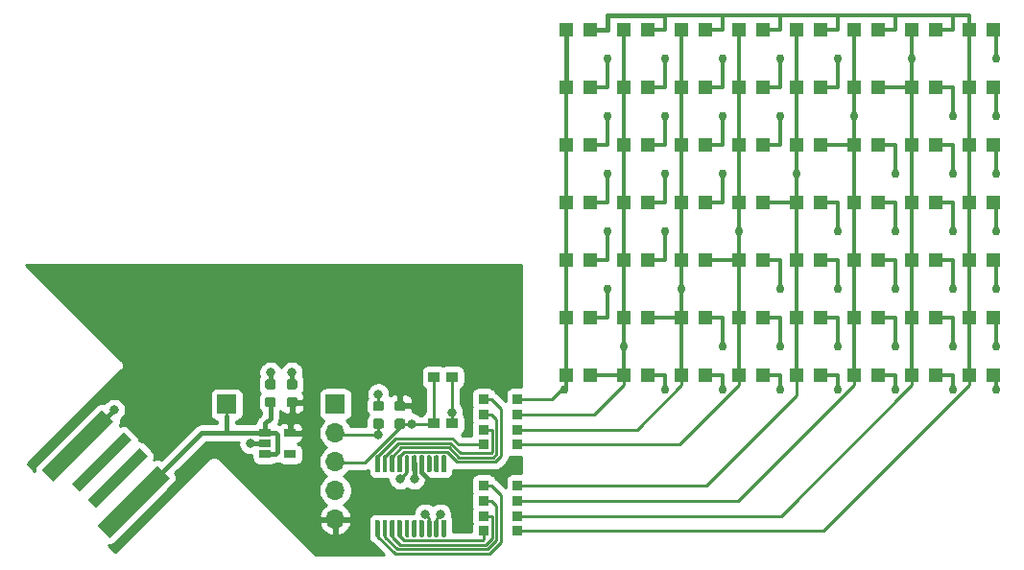
<source format=gbr>
G04 #@! TF.GenerationSoftware,KiCad,Pcbnew,(5.1.5-0-10_14)*
G04 #@! TF.CreationDate,2020-05-08T01:23:42-06:00*
G04 #@! TF.ProjectId,business_card_v1,62757369-6e65-4737-935f-636172645f76,rev?*
G04 #@! TF.SameCoordinates,Original*
G04 #@! TF.FileFunction,Copper,L1,Top*
G04 #@! TF.FilePolarity,Positive*
%FSLAX46Y46*%
G04 Gerber Fmt 4.6, Leading zero omitted, Abs format (unit mm)*
G04 Created by KiCad (PCBNEW (5.1.5-0-10_14)) date 2020-05-08 01:23:42*
%MOMM*%
%LPD*%
G04 APERTURE LIST*
%ADD10C,0.100000*%
%ADD11R,1.700000X1.700000*%
%ADD12R,1.000000X0.900000*%
%ADD13R,0.900000X0.900000*%
%ADD14R,1.060000X0.650000*%
%ADD15O,1.700000X1.700000*%
%ADD16R,1.200000X1.200000*%
%ADD17C,0.800000*%
%ADD18C,0.756400*%
%ADD19C,0.250000*%
%ADD20C,0.400000*%
%ADD21C,0.304800*%
%ADD22C,0.406400*%
%ADD23C,0.254000*%
G04 APERTURE END LIST*
G04 #@! TA.AperFunction,SMDPad,CuDef*
D10*
G36*
X107230665Y-123390829D02*
G01*
X106170004Y-122330168D01*
X111473305Y-117026867D01*
X112533966Y-118087528D01*
X107230665Y-123390829D01*
G37*
G04 #@! TD.AperFunction*
G04 #@! TA.AperFunction,SMDPad,CuDef*
G36*
X109528761Y-124274711D02*
G01*
X108821655Y-123567605D01*
X113417849Y-118971411D01*
X114124955Y-119678517D01*
X109528761Y-124274711D01*
G37*
G04 #@! TD.AperFunction*
G04 #@! TA.AperFunction,SMDPad,CuDef*
G36*
X110942975Y-125688925D02*
G01*
X110235869Y-124981819D01*
X114832063Y-120385625D01*
X115539169Y-121092731D01*
X110942975Y-125688925D01*
G37*
G04 #@! TD.AperFunction*
G04 #@! TA.AperFunction,SMDPad,CuDef*
G36*
X112180412Y-128340576D02*
G01*
X111119751Y-127279915D01*
X116423052Y-121976614D01*
X117483713Y-123037275D01*
X112180412Y-128340576D01*
G37*
G04 #@! TD.AperFunction*
D11*
X122504200Y-116535200D03*
D12*
X142405000Y-114155000D03*
X140805000Y-114155000D03*
X142405000Y-118255000D03*
X140805000Y-118255000D03*
G04 #@! TA.AperFunction,SMDPad,CuDef*
D10*
G36*
X136167691Y-116251053D02*
G01*
X136188926Y-116254203D01*
X136209750Y-116259419D01*
X136229962Y-116266651D01*
X136249368Y-116275830D01*
X136267781Y-116286866D01*
X136285024Y-116299654D01*
X136300930Y-116314070D01*
X136315346Y-116329976D01*
X136328134Y-116347219D01*
X136339170Y-116365632D01*
X136348349Y-116385038D01*
X136355581Y-116405250D01*
X136360797Y-116426074D01*
X136363947Y-116447309D01*
X136365000Y-116468750D01*
X136365000Y-116906250D01*
X136363947Y-116927691D01*
X136360797Y-116948926D01*
X136355581Y-116969750D01*
X136348349Y-116989962D01*
X136339170Y-117009368D01*
X136328134Y-117027781D01*
X136315346Y-117045024D01*
X136300930Y-117060930D01*
X136285024Y-117075346D01*
X136267781Y-117088134D01*
X136249368Y-117099170D01*
X136229962Y-117108349D01*
X136209750Y-117115581D01*
X136188926Y-117120797D01*
X136167691Y-117123947D01*
X136146250Y-117125000D01*
X135633750Y-117125000D01*
X135612309Y-117123947D01*
X135591074Y-117120797D01*
X135570250Y-117115581D01*
X135550038Y-117108349D01*
X135530632Y-117099170D01*
X135512219Y-117088134D01*
X135494976Y-117075346D01*
X135479070Y-117060930D01*
X135464654Y-117045024D01*
X135451866Y-117027781D01*
X135440830Y-117009368D01*
X135431651Y-116989962D01*
X135424419Y-116969750D01*
X135419203Y-116948926D01*
X135416053Y-116927691D01*
X135415000Y-116906250D01*
X135415000Y-116468750D01*
X135416053Y-116447309D01*
X135419203Y-116426074D01*
X135424419Y-116405250D01*
X135431651Y-116385038D01*
X135440830Y-116365632D01*
X135451866Y-116347219D01*
X135464654Y-116329976D01*
X135479070Y-116314070D01*
X135494976Y-116299654D01*
X135512219Y-116286866D01*
X135530632Y-116275830D01*
X135550038Y-116266651D01*
X135570250Y-116259419D01*
X135591074Y-116254203D01*
X135612309Y-116251053D01*
X135633750Y-116250000D01*
X136146250Y-116250000D01*
X136167691Y-116251053D01*
G37*
G04 #@! TD.AperFunction*
G04 #@! TA.AperFunction,SMDPad,CuDef*
G36*
X136167691Y-117826053D02*
G01*
X136188926Y-117829203D01*
X136209750Y-117834419D01*
X136229962Y-117841651D01*
X136249368Y-117850830D01*
X136267781Y-117861866D01*
X136285024Y-117874654D01*
X136300930Y-117889070D01*
X136315346Y-117904976D01*
X136328134Y-117922219D01*
X136339170Y-117940632D01*
X136348349Y-117960038D01*
X136355581Y-117980250D01*
X136360797Y-118001074D01*
X136363947Y-118022309D01*
X136365000Y-118043750D01*
X136365000Y-118481250D01*
X136363947Y-118502691D01*
X136360797Y-118523926D01*
X136355581Y-118544750D01*
X136348349Y-118564962D01*
X136339170Y-118584368D01*
X136328134Y-118602781D01*
X136315346Y-118620024D01*
X136300930Y-118635930D01*
X136285024Y-118650346D01*
X136267781Y-118663134D01*
X136249368Y-118674170D01*
X136229962Y-118683349D01*
X136209750Y-118690581D01*
X136188926Y-118695797D01*
X136167691Y-118698947D01*
X136146250Y-118700000D01*
X135633750Y-118700000D01*
X135612309Y-118698947D01*
X135591074Y-118695797D01*
X135570250Y-118690581D01*
X135550038Y-118683349D01*
X135530632Y-118674170D01*
X135512219Y-118663134D01*
X135494976Y-118650346D01*
X135479070Y-118635930D01*
X135464654Y-118620024D01*
X135451866Y-118602781D01*
X135440830Y-118584368D01*
X135431651Y-118564962D01*
X135424419Y-118544750D01*
X135419203Y-118523926D01*
X135416053Y-118502691D01*
X135415000Y-118481250D01*
X135415000Y-118043750D01*
X135416053Y-118022309D01*
X135419203Y-118001074D01*
X135424419Y-117980250D01*
X135431651Y-117960038D01*
X135440830Y-117940632D01*
X135451866Y-117922219D01*
X135464654Y-117904976D01*
X135479070Y-117889070D01*
X135494976Y-117874654D01*
X135512219Y-117861866D01*
X135530632Y-117850830D01*
X135550038Y-117841651D01*
X135570250Y-117834419D01*
X135591074Y-117829203D01*
X135612309Y-117826053D01*
X135633750Y-117825000D01*
X136146250Y-117825000D01*
X136167691Y-117826053D01*
G37*
G04 #@! TD.AperFunction*
D13*
X148185000Y-126390000D03*
X148185000Y-127730000D03*
X148185000Y-123730000D03*
X148185000Y-125070000D03*
X145185000Y-126390000D03*
X145185000Y-125070000D03*
X145185000Y-127730000D03*
X145185000Y-123730000D03*
X148185000Y-118770000D03*
X148185000Y-120110000D03*
X148185000Y-116110000D03*
X148185000Y-117450000D03*
X145185000Y-118770000D03*
X145185000Y-117450000D03*
X145185000Y-120110000D03*
X145185000Y-116110000D03*
G04 #@! TA.AperFunction,SMDPad,CuDef*
D10*
G36*
X138072691Y-116251053D02*
G01*
X138093926Y-116254203D01*
X138114750Y-116259419D01*
X138134962Y-116266651D01*
X138154368Y-116275830D01*
X138172781Y-116286866D01*
X138190024Y-116299654D01*
X138205930Y-116314070D01*
X138220346Y-116329976D01*
X138233134Y-116347219D01*
X138244170Y-116365632D01*
X138253349Y-116385038D01*
X138260581Y-116405250D01*
X138265797Y-116426074D01*
X138268947Y-116447309D01*
X138270000Y-116468750D01*
X138270000Y-116906250D01*
X138268947Y-116927691D01*
X138265797Y-116948926D01*
X138260581Y-116969750D01*
X138253349Y-116989962D01*
X138244170Y-117009368D01*
X138233134Y-117027781D01*
X138220346Y-117045024D01*
X138205930Y-117060930D01*
X138190024Y-117075346D01*
X138172781Y-117088134D01*
X138154368Y-117099170D01*
X138134962Y-117108349D01*
X138114750Y-117115581D01*
X138093926Y-117120797D01*
X138072691Y-117123947D01*
X138051250Y-117125000D01*
X137538750Y-117125000D01*
X137517309Y-117123947D01*
X137496074Y-117120797D01*
X137475250Y-117115581D01*
X137455038Y-117108349D01*
X137435632Y-117099170D01*
X137417219Y-117088134D01*
X137399976Y-117075346D01*
X137384070Y-117060930D01*
X137369654Y-117045024D01*
X137356866Y-117027781D01*
X137345830Y-117009368D01*
X137336651Y-116989962D01*
X137329419Y-116969750D01*
X137324203Y-116948926D01*
X137321053Y-116927691D01*
X137320000Y-116906250D01*
X137320000Y-116468750D01*
X137321053Y-116447309D01*
X137324203Y-116426074D01*
X137329419Y-116405250D01*
X137336651Y-116385038D01*
X137345830Y-116365632D01*
X137356866Y-116347219D01*
X137369654Y-116329976D01*
X137384070Y-116314070D01*
X137399976Y-116299654D01*
X137417219Y-116286866D01*
X137435632Y-116275830D01*
X137455038Y-116266651D01*
X137475250Y-116259419D01*
X137496074Y-116254203D01*
X137517309Y-116251053D01*
X137538750Y-116250000D01*
X138051250Y-116250000D01*
X138072691Y-116251053D01*
G37*
G04 #@! TD.AperFunction*
G04 #@! TA.AperFunction,SMDPad,CuDef*
G36*
X138072691Y-117826053D02*
G01*
X138093926Y-117829203D01*
X138114750Y-117834419D01*
X138134962Y-117841651D01*
X138154368Y-117850830D01*
X138172781Y-117861866D01*
X138190024Y-117874654D01*
X138205930Y-117889070D01*
X138220346Y-117904976D01*
X138233134Y-117922219D01*
X138244170Y-117940632D01*
X138253349Y-117960038D01*
X138260581Y-117980250D01*
X138265797Y-118001074D01*
X138268947Y-118022309D01*
X138270000Y-118043750D01*
X138270000Y-118481250D01*
X138268947Y-118502691D01*
X138265797Y-118523926D01*
X138260581Y-118544750D01*
X138253349Y-118564962D01*
X138244170Y-118584368D01*
X138233134Y-118602781D01*
X138220346Y-118620024D01*
X138205930Y-118635930D01*
X138190024Y-118650346D01*
X138172781Y-118663134D01*
X138154368Y-118674170D01*
X138134962Y-118683349D01*
X138114750Y-118690581D01*
X138093926Y-118695797D01*
X138072691Y-118698947D01*
X138051250Y-118700000D01*
X137538750Y-118700000D01*
X137517309Y-118698947D01*
X137496074Y-118695797D01*
X137475250Y-118690581D01*
X137455038Y-118683349D01*
X137435632Y-118674170D01*
X137417219Y-118663134D01*
X137399976Y-118650346D01*
X137384070Y-118635930D01*
X137369654Y-118620024D01*
X137356866Y-118602781D01*
X137345830Y-118584368D01*
X137336651Y-118564962D01*
X137329419Y-118544750D01*
X137324203Y-118523926D01*
X137321053Y-118502691D01*
X137320000Y-118481250D01*
X137320000Y-118043750D01*
X137321053Y-118022309D01*
X137324203Y-118001074D01*
X137329419Y-117980250D01*
X137336651Y-117960038D01*
X137345830Y-117940632D01*
X137356866Y-117922219D01*
X137369654Y-117904976D01*
X137384070Y-117889070D01*
X137399976Y-117874654D01*
X137417219Y-117861866D01*
X137435632Y-117850830D01*
X137455038Y-117841651D01*
X137475250Y-117834419D01*
X137496074Y-117829203D01*
X137517309Y-117826053D01*
X137538750Y-117825000D01*
X138051250Y-117825000D01*
X138072691Y-117826053D01*
G37*
G04 #@! TD.AperFunction*
G04 #@! TA.AperFunction,SMDPad,CuDef*
G36*
X128547691Y-114346053D02*
G01*
X128568926Y-114349203D01*
X128589750Y-114354419D01*
X128609962Y-114361651D01*
X128629368Y-114370830D01*
X128647781Y-114381866D01*
X128665024Y-114394654D01*
X128680930Y-114409070D01*
X128695346Y-114424976D01*
X128708134Y-114442219D01*
X128719170Y-114460632D01*
X128728349Y-114480038D01*
X128735581Y-114500250D01*
X128740797Y-114521074D01*
X128743947Y-114542309D01*
X128745000Y-114563750D01*
X128745000Y-115001250D01*
X128743947Y-115022691D01*
X128740797Y-115043926D01*
X128735581Y-115064750D01*
X128728349Y-115084962D01*
X128719170Y-115104368D01*
X128708134Y-115122781D01*
X128695346Y-115140024D01*
X128680930Y-115155930D01*
X128665024Y-115170346D01*
X128647781Y-115183134D01*
X128629368Y-115194170D01*
X128609962Y-115203349D01*
X128589750Y-115210581D01*
X128568926Y-115215797D01*
X128547691Y-115218947D01*
X128526250Y-115220000D01*
X128013750Y-115220000D01*
X127992309Y-115218947D01*
X127971074Y-115215797D01*
X127950250Y-115210581D01*
X127930038Y-115203349D01*
X127910632Y-115194170D01*
X127892219Y-115183134D01*
X127874976Y-115170346D01*
X127859070Y-115155930D01*
X127844654Y-115140024D01*
X127831866Y-115122781D01*
X127820830Y-115104368D01*
X127811651Y-115084962D01*
X127804419Y-115064750D01*
X127799203Y-115043926D01*
X127796053Y-115022691D01*
X127795000Y-115001250D01*
X127795000Y-114563750D01*
X127796053Y-114542309D01*
X127799203Y-114521074D01*
X127804419Y-114500250D01*
X127811651Y-114480038D01*
X127820830Y-114460632D01*
X127831866Y-114442219D01*
X127844654Y-114424976D01*
X127859070Y-114409070D01*
X127874976Y-114394654D01*
X127892219Y-114381866D01*
X127910632Y-114370830D01*
X127930038Y-114361651D01*
X127950250Y-114354419D01*
X127971074Y-114349203D01*
X127992309Y-114346053D01*
X128013750Y-114345000D01*
X128526250Y-114345000D01*
X128547691Y-114346053D01*
G37*
G04 #@! TD.AperFunction*
G04 #@! TA.AperFunction,SMDPad,CuDef*
G36*
X128547691Y-115921053D02*
G01*
X128568926Y-115924203D01*
X128589750Y-115929419D01*
X128609962Y-115936651D01*
X128629368Y-115945830D01*
X128647781Y-115956866D01*
X128665024Y-115969654D01*
X128680930Y-115984070D01*
X128695346Y-115999976D01*
X128708134Y-116017219D01*
X128719170Y-116035632D01*
X128728349Y-116055038D01*
X128735581Y-116075250D01*
X128740797Y-116096074D01*
X128743947Y-116117309D01*
X128745000Y-116138750D01*
X128745000Y-116576250D01*
X128743947Y-116597691D01*
X128740797Y-116618926D01*
X128735581Y-116639750D01*
X128728349Y-116659962D01*
X128719170Y-116679368D01*
X128708134Y-116697781D01*
X128695346Y-116715024D01*
X128680930Y-116730930D01*
X128665024Y-116745346D01*
X128647781Y-116758134D01*
X128629368Y-116769170D01*
X128609962Y-116778349D01*
X128589750Y-116785581D01*
X128568926Y-116790797D01*
X128547691Y-116793947D01*
X128526250Y-116795000D01*
X128013750Y-116795000D01*
X127992309Y-116793947D01*
X127971074Y-116790797D01*
X127950250Y-116785581D01*
X127930038Y-116778349D01*
X127910632Y-116769170D01*
X127892219Y-116758134D01*
X127874976Y-116745346D01*
X127859070Y-116730930D01*
X127844654Y-116715024D01*
X127831866Y-116697781D01*
X127820830Y-116679368D01*
X127811651Y-116659962D01*
X127804419Y-116639750D01*
X127799203Y-116618926D01*
X127796053Y-116597691D01*
X127795000Y-116576250D01*
X127795000Y-116138750D01*
X127796053Y-116117309D01*
X127799203Y-116096074D01*
X127804419Y-116075250D01*
X127811651Y-116055038D01*
X127820830Y-116035632D01*
X127831866Y-116017219D01*
X127844654Y-115999976D01*
X127859070Y-115984070D01*
X127874976Y-115969654D01*
X127892219Y-115956866D01*
X127910632Y-115945830D01*
X127930038Y-115936651D01*
X127950250Y-115929419D01*
X127971074Y-115924203D01*
X127992309Y-115921053D01*
X128013750Y-115920000D01*
X128526250Y-115920000D01*
X128547691Y-115921053D01*
G37*
G04 #@! TD.AperFunction*
G04 #@! TA.AperFunction,SMDPad,CuDef*
G36*
X126642691Y-115921053D02*
G01*
X126663926Y-115924203D01*
X126684750Y-115929419D01*
X126704962Y-115936651D01*
X126724368Y-115945830D01*
X126742781Y-115956866D01*
X126760024Y-115969654D01*
X126775930Y-115984070D01*
X126790346Y-115999976D01*
X126803134Y-116017219D01*
X126814170Y-116035632D01*
X126823349Y-116055038D01*
X126830581Y-116075250D01*
X126835797Y-116096074D01*
X126838947Y-116117309D01*
X126840000Y-116138750D01*
X126840000Y-116576250D01*
X126838947Y-116597691D01*
X126835797Y-116618926D01*
X126830581Y-116639750D01*
X126823349Y-116659962D01*
X126814170Y-116679368D01*
X126803134Y-116697781D01*
X126790346Y-116715024D01*
X126775930Y-116730930D01*
X126760024Y-116745346D01*
X126742781Y-116758134D01*
X126724368Y-116769170D01*
X126704962Y-116778349D01*
X126684750Y-116785581D01*
X126663926Y-116790797D01*
X126642691Y-116793947D01*
X126621250Y-116795000D01*
X126108750Y-116795000D01*
X126087309Y-116793947D01*
X126066074Y-116790797D01*
X126045250Y-116785581D01*
X126025038Y-116778349D01*
X126005632Y-116769170D01*
X125987219Y-116758134D01*
X125969976Y-116745346D01*
X125954070Y-116730930D01*
X125939654Y-116715024D01*
X125926866Y-116697781D01*
X125915830Y-116679368D01*
X125906651Y-116659962D01*
X125899419Y-116639750D01*
X125894203Y-116618926D01*
X125891053Y-116597691D01*
X125890000Y-116576250D01*
X125890000Y-116138750D01*
X125891053Y-116117309D01*
X125894203Y-116096074D01*
X125899419Y-116075250D01*
X125906651Y-116055038D01*
X125915830Y-116035632D01*
X125926866Y-116017219D01*
X125939654Y-115999976D01*
X125954070Y-115984070D01*
X125969976Y-115969654D01*
X125987219Y-115956866D01*
X126005632Y-115945830D01*
X126025038Y-115936651D01*
X126045250Y-115929419D01*
X126066074Y-115924203D01*
X126087309Y-115921053D01*
X126108750Y-115920000D01*
X126621250Y-115920000D01*
X126642691Y-115921053D01*
G37*
G04 #@! TD.AperFunction*
G04 #@! TA.AperFunction,SMDPad,CuDef*
G36*
X126642691Y-114346053D02*
G01*
X126663926Y-114349203D01*
X126684750Y-114354419D01*
X126704962Y-114361651D01*
X126724368Y-114370830D01*
X126742781Y-114381866D01*
X126760024Y-114394654D01*
X126775930Y-114409070D01*
X126790346Y-114424976D01*
X126803134Y-114442219D01*
X126814170Y-114460632D01*
X126823349Y-114480038D01*
X126830581Y-114500250D01*
X126835797Y-114521074D01*
X126838947Y-114542309D01*
X126840000Y-114563750D01*
X126840000Y-115001250D01*
X126838947Y-115022691D01*
X126835797Y-115043926D01*
X126830581Y-115064750D01*
X126823349Y-115084962D01*
X126814170Y-115104368D01*
X126803134Y-115122781D01*
X126790346Y-115140024D01*
X126775930Y-115155930D01*
X126760024Y-115170346D01*
X126742781Y-115183134D01*
X126724368Y-115194170D01*
X126704962Y-115203349D01*
X126684750Y-115210581D01*
X126663926Y-115215797D01*
X126642691Y-115218947D01*
X126621250Y-115220000D01*
X126108750Y-115220000D01*
X126087309Y-115218947D01*
X126066074Y-115215797D01*
X126045250Y-115210581D01*
X126025038Y-115203349D01*
X126005632Y-115194170D01*
X125987219Y-115183134D01*
X125969976Y-115170346D01*
X125954070Y-115155930D01*
X125939654Y-115140024D01*
X125926866Y-115122781D01*
X125915830Y-115104368D01*
X125906651Y-115084962D01*
X125899419Y-115064750D01*
X125894203Y-115043926D01*
X125891053Y-115022691D01*
X125890000Y-115001250D01*
X125890000Y-114563750D01*
X125891053Y-114542309D01*
X125894203Y-114521074D01*
X125899419Y-114500250D01*
X125906651Y-114480038D01*
X125915830Y-114460632D01*
X125926866Y-114442219D01*
X125939654Y-114424976D01*
X125954070Y-114409070D01*
X125969976Y-114394654D01*
X125987219Y-114381866D01*
X126005632Y-114370830D01*
X126025038Y-114361651D01*
X126045250Y-114354419D01*
X126066074Y-114349203D01*
X126087309Y-114346053D01*
X126108750Y-114345000D01*
X126621250Y-114345000D01*
X126642691Y-114346053D01*
G37*
G04 #@! TD.AperFunction*
G04 #@! TA.AperFunction,SMDPad,CuDef*
G36*
X141782302Y-126775982D02*
G01*
X141792009Y-126777421D01*
X141801528Y-126779806D01*
X141810768Y-126783112D01*
X141819640Y-126787308D01*
X141828057Y-126792353D01*
X141835939Y-126798199D01*
X141843211Y-126804789D01*
X141849801Y-126812061D01*
X141855647Y-126819943D01*
X141860692Y-126828360D01*
X141864888Y-126837232D01*
X141868194Y-126846472D01*
X141870579Y-126855991D01*
X141872018Y-126865698D01*
X141872500Y-126875500D01*
X141872500Y-128150500D01*
X141872018Y-128160302D01*
X141870579Y-128170009D01*
X141868194Y-128179528D01*
X141864888Y-128188768D01*
X141860692Y-128197640D01*
X141855647Y-128206057D01*
X141849801Y-128213939D01*
X141843211Y-128221211D01*
X141835939Y-128227801D01*
X141828057Y-128233647D01*
X141819640Y-128238692D01*
X141810768Y-128242888D01*
X141801528Y-128246194D01*
X141792009Y-128248579D01*
X141782302Y-128250018D01*
X141772500Y-128250500D01*
X141572500Y-128250500D01*
X141562698Y-128250018D01*
X141552991Y-128248579D01*
X141543472Y-128246194D01*
X141534232Y-128242888D01*
X141525360Y-128238692D01*
X141516943Y-128233647D01*
X141509061Y-128227801D01*
X141501789Y-128221211D01*
X141495199Y-128213939D01*
X141489353Y-128206057D01*
X141484308Y-128197640D01*
X141480112Y-128188768D01*
X141476806Y-128179528D01*
X141474421Y-128170009D01*
X141472982Y-128160302D01*
X141472500Y-128150500D01*
X141472500Y-126875500D01*
X141472982Y-126865698D01*
X141474421Y-126855991D01*
X141476806Y-126846472D01*
X141480112Y-126837232D01*
X141484308Y-126828360D01*
X141489353Y-126819943D01*
X141495199Y-126812061D01*
X141501789Y-126804789D01*
X141509061Y-126798199D01*
X141516943Y-126792353D01*
X141525360Y-126787308D01*
X141534232Y-126783112D01*
X141543472Y-126779806D01*
X141552991Y-126777421D01*
X141562698Y-126775982D01*
X141572500Y-126775500D01*
X141772500Y-126775500D01*
X141782302Y-126775982D01*
G37*
G04 #@! TD.AperFunction*
G04 #@! TA.AperFunction,SMDPad,CuDef*
G36*
X141132302Y-126775982D02*
G01*
X141142009Y-126777421D01*
X141151528Y-126779806D01*
X141160768Y-126783112D01*
X141169640Y-126787308D01*
X141178057Y-126792353D01*
X141185939Y-126798199D01*
X141193211Y-126804789D01*
X141199801Y-126812061D01*
X141205647Y-126819943D01*
X141210692Y-126828360D01*
X141214888Y-126837232D01*
X141218194Y-126846472D01*
X141220579Y-126855991D01*
X141222018Y-126865698D01*
X141222500Y-126875500D01*
X141222500Y-128150500D01*
X141222018Y-128160302D01*
X141220579Y-128170009D01*
X141218194Y-128179528D01*
X141214888Y-128188768D01*
X141210692Y-128197640D01*
X141205647Y-128206057D01*
X141199801Y-128213939D01*
X141193211Y-128221211D01*
X141185939Y-128227801D01*
X141178057Y-128233647D01*
X141169640Y-128238692D01*
X141160768Y-128242888D01*
X141151528Y-128246194D01*
X141142009Y-128248579D01*
X141132302Y-128250018D01*
X141122500Y-128250500D01*
X140922500Y-128250500D01*
X140912698Y-128250018D01*
X140902991Y-128248579D01*
X140893472Y-128246194D01*
X140884232Y-128242888D01*
X140875360Y-128238692D01*
X140866943Y-128233647D01*
X140859061Y-128227801D01*
X140851789Y-128221211D01*
X140845199Y-128213939D01*
X140839353Y-128206057D01*
X140834308Y-128197640D01*
X140830112Y-128188768D01*
X140826806Y-128179528D01*
X140824421Y-128170009D01*
X140822982Y-128160302D01*
X140822500Y-128150500D01*
X140822500Y-126875500D01*
X140822982Y-126865698D01*
X140824421Y-126855991D01*
X140826806Y-126846472D01*
X140830112Y-126837232D01*
X140834308Y-126828360D01*
X140839353Y-126819943D01*
X140845199Y-126812061D01*
X140851789Y-126804789D01*
X140859061Y-126798199D01*
X140866943Y-126792353D01*
X140875360Y-126787308D01*
X140884232Y-126783112D01*
X140893472Y-126779806D01*
X140902991Y-126777421D01*
X140912698Y-126775982D01*
X140922500Y-126775500D01*
X141122500Y-126775500D01*
X141132302Y-126775982D01*
G37*
G04 #@! TD.AperFunction*
G04 #@! TA.AperFunction,SMDPad,CuDef*
G36*
X140482302Y-126775982D02*
G01*
X140492009Y-126777421D01*
X140501528Y-126779806D01*
X140510768Y-126783112D01*
X140519640Y-126787308D01*
X140528057Y-126792353D01*
X140535939Y-126798199D01*
X140543211Y-126804789D01*
X140549801Y-126812061D01*
X140555647Y-126819943D01*
X140560692Y-126828360D01*
X140564888Y-126837232D01*
X140568194Y-126846472D01*
X140570579Y-126855991D01*
X140572018Y-126865698D01*
X140572500Y-126875500D01*
X140572500Y-128150500D01*
X140572018Y-128160302D01*
X140570579Y-128170009D01*
X140568194Y-128179528D01*
X140564888Y-128188768D01*
X140560692Y-128197640D01*
X140555647Y-128206057D01*
X140549801Y-128213939D01*
X140543211Y-128221211D01*
X140535939Y-128227801D01*
X140528057Y-128233647D01*
X140519640Y-128238692D01*
X140510768Y-128242888D01*
X140501528Y-128246194D01*
X140492009Y-128248579D01*
X140482302Y-128250018D01*
X140472500Y-128250500D01*
X140272500Y-128250500D01*
X140262698Y-128250018D01*
X140252991Y-128248579D01*
X140243472Y-128246194D01*
X140234232Y-128242888D01*
X140225360Y-128238692D01*
X140216943Y-128233647D01*
X140209061Y-128227801D01*
X140201789Y-128221211D01*
X140195199Y-128213939D01*
X140189353Y-128206057D01*
X140184308Y-128197640D01*
X140180112Y-128188768D01*
X140176806Y-128179528D01*
X140174421Y-128170009D01*
X140172982Y-128160302D01*
X140172500Y-128150500D01*
X140172500Y-126875500D01*
X140172982Y-126865698D01*
X140174421Y-126855991D01*
X140176806Y-126846472D01*
X140180112Y-126837232D01*
X140184308Y-126828360D01*
X140189353Y-126819943D01*
X140195199Y-126812061D01*
X140201789Y-126804789D01*
X140209061Y-126798199D01*
X140216943Y-126792353D01*
X140225360Y-126787308D01*
X140234232Y-126783112D01*
X140243472Y-126779806D01*
X140252991Y-126777421D01*
X140262698Y-126775982D01*
X140272500Y-126775500D01*
X140472500Y-126775500D01*
X140482302Y-126775982D01*
G37*
G04 #@! TD.AperFunction*
G04 #@! TA.AperFunction,SMDPad,CuDef*
G36*
X139832302Y-126775982D02*
G01*
X139842009Y-126777421D01*
X139851528Y-126779806D01*
X139860768Y-126783112D01*
X139869640Y-126787308D01*
X139878057Y-126792353D01*
X139885939Y-126798199D01*
X139893211Y-126804789D01*
X139899801Y-126812061D01*
X139905647Y-126819943D01*
X139910692Y-126828360D01*
X139914888Y-126837232D01*
X139918194Y-126846472D01*
X139920579Y-126855991D01*
X139922018Y-126865698D01*
X139922500Y-126875500D01*
X139922500Y-128150500D01*
X139922018Y-128160302D01*
X139920579Y-128170009D01*
X139918194Y-128179528D01*
X139914888Y-128188768D01*
X139910692Y-128197640D01*
X139905647Y-128206057D01*
X139899801Y-128213939D01*
X139893211Y-128221211D01*
X139885939Y-128227801D01*
X139878057Y-128233647D01*
X139869640Y-128238692D01*
X139860768Y-128242888D01*
X139851528Y-128246194D01*
X139842009Y-128248579D01*
X139832302Y-128250018D01*
X139822500Y-128250500D01*
X139622500Y-128250500D01*
X139612698Y-128250018D01*
X139602991Y-128248579D01*
X139593472Y-128246194D01*
X139584232Y-128242888D01*
X139575360Y-128238692D01*
X139566943Y-128233647D01*
X139559061Y-128227801D01*
X139551789Y-128221211D01*
X139545199Y-128213939D01*
X139539353Y-128206057D01*
X139534308Y-128197640D01*
X139530112Y-128188768D01*
X139526806Y-128179528D01*
X139524421Y-128170009D01*
X139522982Y-128160302D01*
X139522500Y-128150500D01*
X139522500Y-126875500D01*
X139522982Y-126865698D01*
X139524421Y-126855991D01*
X139526806Y-126846472D01*
X139530112Y-126837232D01*
X139534308Y-126828360D01*
X139539353Y-126819943D01*
X139545199Y-126812061D01*
X139551789Y-126804789D01*
X139559061Y-126798199D01*
X139566943Y-126792353D01*
X139575360Y-126787308D01*
X139584232Y-126783112D01*
X139593472Y-126779806D01*
X139602991Y-126777421D01*
X139612698Y-126775982D01*
X139622500Y-126775500D01*
X139822500Y-126775500D01*
X139832302Y-126775982D01*
G37*
G04 #@! TD.AperFunction*
G04 #@! TA.AperFunction,SMDPad,CuDef*
G36*
X139182302Y-126775982D02*
G01*
X139192009Y-126777421D01*
X139201528Y-126779806D01*
X139210768Y-126783112D01*
X139219640Y-126787308D01*
X139228057Y-126792353D01*
X139235939Y-126798199D01*
X139243211Y-126804789D01*
X139249801Y-126812061D01*
X139255647Y-126819943D01*
X139260692Y-126828360D01*
X139264888Y-126837232D01*
X139268194Y-126846472D01*
X139270579Y-126855991D01*
X139272018Y-126865698D01*
X139272500Y-126875500D01*
X139272500Y-128150500D01*
X139272018Y-128160302D01*
X139270579Y-128170009D01*
X139268194Y-128179528D01*
X139264888Y-128188768D01*
X139260692Y-128197640D01*
X139255647Y-128206057D01*
X139249801Y-128213939D01*
X139243211Y-128221211D01*
X139235939Y-128227801D01*
X139228057Y-128233647D01*
X139219640Y-128238692D01*
X139210768Y-128242888D01*
X139201528Y-128246194D01*
X139192009Y-128248579D01*
X139182302Y-128250018D01*
X139172500Y-128250500D01*
X138972500Y-128250500D01*
X138962698Y-128250018D01*
X138952991Y-128248579D01*
X138943472Y-128246194D01*
X138934232Y-128242888D01*
X138925360Y-128238692D01*
X138916943Y-128233647D01*
X138909061Y-128227801D01*
X138901789Y-128221211D01*
X138895199Y-128213939D01*
X138889353Y-128206057D01*
X138884308Y-128197640D01*
X138880112Y-128188768D01*
X138876806Y-128179528D01*
X138874421Y-128170009D01*
X138872982Y-128160302D01*
X138872500Y-128150500D01*
X138872500Y-126875500D01*
X138872982Y-126865698D01*
X138874421Y-126855991D01*
X138876806Y-126846472D01*
X138880112Y-126837232D01*
X138884308Y-126828360D01*
X138889353Y-126819943D01*
X138895199Y-126812061D01*
X138901789Y-126804789D01*
X138909061Y-126798199D01*
X138916943Y-126792353D01*
X138925360Y-126787308D01*
X138934232Y-126783112D01*
X138943472Y-126779806D01*
X138952991Y-126777421D01*
X138962698Y-126775982D01*
X138972500Y-126775500D01*
X139172500Y-126775500D01*
X139182302Y-126775982D01*
G37*
G04 #@! TD.AperFunction*
G04 #@! TA.AperFunction,SMDPad,CuDef*
G36*
X138532302Y-126775982D02*
G01*
X138542009Y-126777421D01*
X138551528Y-126779806D01*
X138560768Y-126783112D01*
X138569640Y-126787308D01*
X138578057Y-126792353D01*
X138585939Y-126798199D01*
X138593211Y-126804789D01*
X138599801Y-126812061D01*
X138605647Y-126819943D01*
X138610692Y-126828360D01*
X138614888Y-126837232D01*
X138618194Y-126846472D01*
X138620579Y-126855991D01*
X138622018Y-126865698D01*
X138622500Y-126875500D01*
X138622500Y-128150500D01*
X138622018Y-128160302D01*
X138620579Y-128170009D01*
X138618194Y-128179528D01*
X138614888Y-128188768D01*
X138610692Y-128197640D01*
X138605647Y-128206057D01*
X138599801Y-128213939D01*
X138593211Y-128221211D01*
X138585939Y-128227801D01*
X138578057Y-128233647D01*
X138569640Y-128238692D01*
X138560768Y-128242888D01*
X138551528Y-128246194D01*
X138542009Y-128248579D01*
X138532302Y-128250018D01*
X138522500Y-128250500D01*
X138322500Y-128250500D01*
X138312698Y-128250018D01*
X138302991Y-128248579D01*
X138293472Y-128246194D01*
X138284232Y-128242888D01*
X138275360Y-128238692D01*
X138266943Y-128233647D01*
X138259061Y-128227801D01*
X138251789Y-128221211D01*
X138245199Y-128213939D01*
X138239353Y-128206057D01*
X138234308Y-128197640D01*
X138230112Y-128188768D01*
X138226806Y-128179528D01*
X138224421Y-128170009D01*
X138222982Y-128160302D01*
X138222500Y-128150500D01*
X138222500Y-126875500D01*
X138222982Y-126865698D01*
X138224421Y-126855991D01*
X138226806Y-126846472D01*
X138230112Y-126837232D01*
X138234308Y-126828360D01*
X138239353Y-126819943D01*
X138245199Y-126812061D01*
X138251789Y-126804789D01*
X138259061Y-126798199D01*
X138266943Y-126792353D01*
X138275360Y-126787308D01*
X138284232Y-126783112D01*
X138293472Y-126779806D01*
X138302991Y-126777421D01*
X138312698Y-126775982D01*
X138322500Y-126775500D01*
X138522500Y-126775500D01*
X138532302Y-126775982D01*
G37*
G04 #@! TD.AperFunction*
G04 #@! TA.AperFunction,SMDPad,CuDef*
G36*
X137882302Y-126775982D02*
G01*
X137892009Y-126777421D01*
X137901528Y-126779806D01*
X137910768Y-126783112D01*
X137919640Y-126787308D01*
X137928057Y-126792353D01*
X137935939Y-126798199D01*
X137943211Y-126804789D01*
X137949801Y-126812061D01*
X137955647Y-126819943D01*
X137960692Y-126828360D01*
X137964888Y-126837232D01*
X137968194Y-126846472D01*
X137970579Y-126855991D01*
X137972018Y-126865698D01*
X137972500Y-126875500D01*
X137972500Y-128150500D01*
X137972018Y-128160302D01*
X137970579Y-128170009D01*
X137968194Y-128179528D01*
X137964888Y-128188768D01*
X137960692Y-128197640D01*
X137955647Y-128206057D01*
X137949801Y-128213939D01*
X137943211Y-128221211D01*
X137935939Y-128227801D01*
X137928057Y-128233647D01*
X137919640Y-128238692D01*
X137910768Y-128242888D01*
X137901528Y-128246194D01*
X137892009Y-128248579D01*
X137882302Y-128250018D01*
X137872500Y-128250500D01*
X137672500Y-128250500D01*
X137662698Y-128250018D01*
X137652991Y-128248579D01*
X137643472Y-128246194D01*
X137634232Y-128242888D01*
X137625360Y-128238692D01*
X137616943Y-128233647D01*
X137609061Y-128227801D01*
X137601789Y-128221211D01*
X137595199Y-128213939D01*
X137589353Y-128206057D01*
X137584308Y-128197640D01*
X137580112Y-128188768D01*
X137576806Y-128179528D01*
X137574421Y-128170009D01*
X137572982Y-128160302D01*
X137572500Y-128150500D01*
X137572500Y-126875500D01*
X137572982Y-126865698D01*
X137574421Y-126855991D01*
X137576806Y-126846472D01*
X137580112Y-126837232D01*
X137584308Y-126828360D01*
X137589353Y-126819943D01*
X137595199Y-126812061D01*
X137601789Y-126804789D01*
X137609061Y-126798199D01*
X137616943Y-126792353D01*
X137625360Y-126787308D01*
X137634232Y-126783112D01*
X137643472Y-126779806D01*
X137652991Y-126777421D01*
X137662698Y-126775982D01*
X137672500Y-126775500D01*
X137872500Y-126775500D01*
X137882302Y-126775982D01*
G37*
G04 #@! TD.AperFunction*
G04 #@! TA.AperFunction,SMDPad,CuDef*
G36*
X137232302Y-126775982D02*
G01*
X137242009Y-126777421D01*
X137251528Y-126779806D01*
X137260768Y-126783112D01*
X137269640Y-126787308D01*
X137278057Y-126792353D01*
X137285939Y-126798199D01*
X137293211Y-126804789D01*
X137299801Y-126812061D01*
X137305647Y-126819943D01*
X137310692Y-126828360D01*
X137314888Y-126837232D01*
X137318194Y-126846472D01*
X137320579Y-126855991D01*
X137322018Y-126865698D01*
X137322500Y-126875500D01*
X137322500Y-128150500D01*
X137322018Y-128160302D01*
X137320579Y-128170009D01*
X137318194Y-128179528D01*
X137314888Y-128188768D01*
X137310692Y-128197640D01*
X137305647Y-128206057D01*
X137299801Y-128213939D01*
X137293211Y-128221211D01*
X137285939Y-128227801D01*
X137278057Y-128233647D01*
X137269640Y-128238692D01*
X137260768Y-128242888D01*
X137251528Y-128246194D01*
X137242009Y-128248579D01*
X137232302Y-128250018D01*
X137222500Y-128250500D01*
X137022500Y-128250500D01*
X137012698Y-128250018D01*
X137002991Y-128248579D01*
X136993472Y-128246194D01*
X136984232Y-128242888D01*
X136975360Y-128238692D01*
X136966943Y-128233647D01*
X136959061Y-128227801D01*
X136951789Y-128221211D01*
X136945199Y-128213939D01*
X136939353Y-128206057D01*
X136934308Y-128197640D01*
X136930112Y-128188768D01*
X136926806Y-128179528D01*
X136924421Y-128170009D01*
X136922982Y-128160302D01*
X136922500Y-128150500D01*
X136922500Y-126875500D01*
X136922982Y-126865698D01*
X136924421Y-126855991D01*
X136926806Y-126846472D01*
X136930112Y-126837232D01*
X136934308Y-126828360D01*
X136939353Y-126819943D01*
X136945199Y-126812061D01*
X136951789Y-126804789D01*
X136959061Y-126798199D01*
X136966943Y-126792353D01*
X136975360Y-126787308D01*
X136984232Y-126783112D01*
X136993472Y-126779806D01*
X137002991Y-126777421D01*
X137012698Y-126775982D01*
X137022500Y-126775500D01*
X137222500Y-126775500D01*
X137232302Y-126775982D01*
G37*
G04 #@! TD.AperFunction*
G04 #@! TA.AperFunction,SMDPad,CuDef*
G36*
X136582302Y-126775982D02*
G01*
X136592009Y-126777421D01*
X136601528Y-126779806D01*
X136610768Y-126783112D01*
X136619640Y-126787308D01*
X136628057Y-126792353D01*
X136635939Y-126798199D01*
X136643211Y-126804789D01*
X136649801Y-126812061D01*
X136655647Y-126819943D01*
X136660692Y-126828360D01*
X136664888Y-126837232D01*
X136668194Y-126846472D01*
X136670579Y-126855991D01*
X136672018Y-126865698D01*
X136672500Y-126875500D01*
X136672500Y-128150500D01*
X136672018Y-128160302D01*
X136670579Y-128170009D01*
X136668194Y-128179528D01*
X136664888Y-128188768D01*
X136660692Y-128197640D01*
X136655647Y-128206057D01*
X136649801Y-128213939D01*
X136643211Y-128221211D01*
X136635939Y-128227801D01*
X136628057Y-128233647D01*
X136619640Y-128238692D01*
X136610768Y-128242888D01*
X136601528Y-128246194D01*
X136592009Y-128248579D01*
X136582302Y-128250018D01*
X136572500Y-128250500D01*
X136372500Y-128250500D01*
X136362698Y-128250018D01*
X136352991Y-128248579D01*
X136343472Y-128246194D01*
X136334232Y-128242888D01*
X136325360Y-128238692D01*
X136316943Y-128233647D01*
X136309061Y-128227801D01*
X136301789Y-128221211D01*
X136295199Y-128213939D01*
X136289353Y-128206057D01*
X136284308Y-128197640D01*
X136280112Y-128188768D01*
X136276806Y-128179528D01*
X136274421Y-128170009D01*
X136272982Y-128160302D01*
X136272500Y-128150500D01*
X136272500Y-126875500D01*
X136272982Y-126865698D01*
X136274421Y-126855991D01*
X136276806Y-126846472D01*
X136280112Y-126837232D01*
X136284308Y-126828360D01*
X136289353Y-126819943D01*
X136295199Y-126812061D01*
X136301789Y-126804789D01*
X136309061Y-126798199D01*
X136316943Y-126792353D01*
X136325360Y-126787308D01*
X136334232Y-126783112D01*
X136343472Y-126779806D01*
X136352991Y-126777421D01*
X136362698Y-126775982D01*
X136372500Y-126775500D01*
X136572500Y-126775500D01*
X136582302Y-126775982D01*
G37*
G04 #@! TD.AperFunction*
G04 #@! TA.AperFunction,SMDPad,CuDef*
G36*
X135932302Y-126775982D02*
G01*
X135942009Y-126777421D01*
X135951528Y-126779806D01*
X135960768Y-126783112D01*
X135969640Y-126787308D01*
X135978057Y-126792353D01*
X135985939Y-126798199D01*
X135993211Y-126804789D01*
X135999801Y-126812061D01*
X136005647Y-126819943D01*
X136010692Y-126828360D01*
X136014888Y-126837232D01*
X136018194Y-126846472D01*
X136020579Y-126855991D01*
X136022018Y-126865698D01*
X136022500Y-126875500D01*
X136022500Y-128150500D01*
X136022018Y-128160302D01*
X136020579Y-128170009D01*
X136018194Y-128179528D01*
X136014888Y-128188768D01*
X136010692Y-128197640D01*
X136005647Y-128206057D01*
X135999801Y-128213939D01*
X135993211Y-128221211D01*
X135985939Y-128227801D01*
X135978057Y-128233647D01*
X135969640Y-128238692D01*
X135960768Y-128242888D01*
X135951528Y-128246194D01*
X135942009Y-128248579D01*
X135932302Y-128250018D01*
X135922500Y-128250500D01*
X135722500Y-128250500D01*
X135712698Y-128250018D01*
X135702991Y-128248579D01*
X135693472Y-128246194D01*
X135684232Y-128242888D01*
X135675360Y-128238692D01*
X135666943Y-128233647D01*
X135659061Y-128227801D01*
X135651789Y-128221211D01*
X135645199Y-128213939D01*
X135639353Y-128206057D01*
X135634308Y-128197640D01*
X135630112Y-128188768D01*
X135626806Y-128179528D01*
X135624421Y-128170009D01*
X135622982Y-128160302D01*
X135622500Y-128150500D01*
X135622500Y-126875500D01*
X135622982Y-126865698D01*
X135624421Y-126855991D01*
X135626806Y-126846472D01*
X135630112Y-126837232D01*
X135634308Y-126828360D01*
X135639353Y-126819943D01*
X135645199Y-126812061D01*
X135651789Y-126804789D01*
X135659061Y-126798199D01*
X135666943Y-126792353D01*
X135675360Y-126787308D01*
X135684232Y-126783112D01*
X135693472Y-126779806D01*
X135702991Y-126777421D01*
X135712698Y-126775982D01*
X135722500Y-126775500D01*
X135922500Y-126775500D01*
X135932302Y-126775982D01*
G37*
G04 #@! TD.AperFunction*
G04 #@! TA.AperFunction,SMDPad,CuDef*
G36*
X135932302Y-121050982D02*
G01*
X135942009Y-121052421D01*
X135951528Y-121054806D01*
X135960768Y-121058112D01*
X135969640Y-121062308D01*
X135978057Y-121067353D01*
X135985939Y-121073199D01*
X135993211Y-121079789D01*
X135999801Y-121087061D01*
X136005647Y-121094943D01*
X136010692Y-121103360D01*
X136014888Y-121112232D01*
X136018194Y-121121472D01*
X136020579Y-121130991D01*
X136022018Y-121140698D01*
X136022500Y-121150500D01*
X136022500Y-122425500D01*
X136022018Y-122435302D01*
X136020579Y-122445009D01*
X136018194Y-122454528D01*
X136014888Y-122463768D01*
X136010692Y-122472640D01*
X136005647Y-122481057D01*
X135999801Y-122488939D01*
X135993211Y-122496211D01*
X135985939Y-122502801D01*
X135978057Y-122508647D01*
X135969640Y-122513692D01*
X135960768Y-122517888D01*
X135951528Y-122521194D01*
X135942009Y-122523579D01*
X135932302Y-122525018D01*
X135922500Y-122525500D01*
X135722500Y-122525500D01*
X135712698Y-122525018D01*
X135702991Y-122523579D01*
X135693472Y-122521194D01*
X135684232Y-122517888D01*
X135675360Y-122513692D01*
X135666943Y-122508647D01*
X135659061Y-122502801D01*
X135651789Y-122496211D01*
X135645199Y-122488939D01*
X135639353Y-122481057D01*
X135634308Y-122472640D01*
X135630112Y-122463768D01*
X135626806Y-122454528D01*
X135624421Y-122445009D01*
X135622982Y-122435302D01*
X135622500Y-122425500D01*
X135622500Y-121150500D01*
X135622982Y-121140698D01*
X135624421Y-121130991D01*
X135626806Y-121121472D01*
X135630112Y-121112232D01*
X135634308Y-121103360D01*
X135639353Y-121094943D01*
X135645199Y-121087061D01*
X135651789Y-121079789D01*
X135659061Y-121073199D01*
X135666943Y-121067353D01*
X135675360Y-121062308D01*
X135684232Y-121058112D01*
X135693472Y-121054806D01*
X135702991Y-121052421D01*
X135712698Y-121050982D01*
X135722500Y-121050500D01*
X135922500Y-121050500D01*
X135932302Y-121050982D01*
G37*
G04 #@! TD.AperFunction*
G04 #@! TA.AperFunction,SMDPad,CuDef*
G36*
X136582302Y-121050982D02*
G01*
X136592009Y-121052421D01*
X136601528Y-121054806D01*
X136610768Y-121058112D01*
X136619640Y-121062308D01*
X136628057Y-121067353D01*
X136635939Y-121073199D01*
X136643211Y-121079789D01*
X136649801Y-121087061D01*
X136655647Y-121094943D01*
X136660692Y-121103360D01*
X136664888Y-121112232D01*
X136668194Y-121121472D01*
X136670579Y-121130991D01*
X136672018Y-121140698D01*
X136672500Y-121150500D01*
X136672500Y-122425500D01*
X136672018Y-122435302D01*
X136670579Y-122445009D01*
X136668194Y-122454528D01*
X136664888Y-122463768D01*
X136660692Y-122472640D01*
X136655647Y-122481057D01*
X136649801Y-122488939D01*
X136643211Y-122496211D01*
X136635939Y-122502801D01*
X136628057Y-122508647D01*
X136619640Y-122513692D01*
X136610768Y-122517888D01*
X136601528Y-122521194D01*
X136592009Y-122523579D01*
X136582302Y-122525018D01*
X136572500Y-122525500D01*
X136372500Y-122525500D01*
X136362698Y-122525018D01*
X136352991Y-122523579D01*
X136343472Y-122521194D01*
X136334232Y-122517888D01*
X136325360Y-122513692D01*
X136316943Y-122508647D01*
X136309061Y-122502801D01*
X136301789Y-122496211D01*
X136295199Y-122488939D01*
X136289353Y-122481057D01*
X136284308Y-122472640D01*
X136280112Y-122463768D01*
X136276806Y-122454528D01*
X136274421Y-122445009D01*
X136272982Y-122435302D01*
X136272500Y-122425500D01*
X136272500Y-121150500D01*
X136272982Y-121140698D01*
X136274421Y-121130991D01*
X136276806Y-121121472D01*
X136280112Y-121112232D01*
X136284308Y-121103360D01*
X136289353Y-121094943D01*
X136295199Y-121087061D01*
X136301789Y-121079789D01*
X136309061Y-121073199D01*
X136316943Y-121067353D01*
X136325360Y-121062308D01*
X136334232Y-121058112D01*
X136343472Y-121054806D01*
X136352991Y-121052421D01*
X136362698Y-121050982D01*
X136372500Y-121050500D01*
X136572500Y-121050500D01*
X136582302Y-121050982D01*
G37*
G04 #@! TD.AperFunction*
G04 #@! TA.AperFunction,SMDPad,CuDef*
G36*
X137232302Y-121050982D02*
G01*
X137242009Y-121052421D01*
X137251528Y-121054806D01*
X137260768Y-121058112D01*
X137269640Y-121062308D01*
X137278057Y-121067353D01*
X137285939Y-121073199D01*
X137293211Y-121079789D01*
X137299801Y-121087061D01*
X137305647Y-121094943D01*
X137310692Y-121103360D01*
X137314888Y-121112232D01*
X137318194Y-121121472D01*
X137320579Y-121130991D01*
X137322018Y-121140698D01*
X137322500Y-121150500D01*
X137322500Y-122425500D01*
X137322018Y-122435302D01*
X137320579Y-122445009D01*
X137318194Y-122454528D01*
X137314888Y-122463768D01*
X137310692Y-122472640D01*
X137305647Y-122481057D01*
X137299801Y-122488939D01*
X137293211Y-122496211D01*
X137285939Y-122502801D01*
X137278057Y-122508647D01*
X137269640Y-122513692D01*
X137260768Y-122517888D01*
X137251528Y-122521194D01*
X137242009Y-122523579D01*
X137232302Y-122525018D01*
X137222500Y-122525500D01*
X137022500Y-122525500D01*
X137012698Y-122525018D01*
X137002991Y-122523579D01*
X136993472Y-122521194D01*
X136984232Y-122517888D01*
X136975360Y-122513692D01*
X136966943Y-122508647D01*
X136959061Y-122502801D01*
X136951789Y-122496211D01*
X136945199Y-122488939D01*
X136939353Y-122481057D01*
X136934308Y-122472640D01*
X136930112Y-122463768D01*
X136926806Y-122454528D01*
X136924421Y-122445009D01*
X136922982Y-122435302D01*
X136922500Y-122425500D01*
X136922500Y-121150500D01*
X136922982Y-121140698D01*
X136924421Y-121130991D01*
X136926806Y-121121472D01*
X136930112Y-121112232D01*
X136934308Y-121103360D01*
X136939353Y-121094943D01*
X136945199Y-121087061D01*
X136951789Y-121079789D01*
X136959061Y-121073199D01*
X136966943Y-121067353D01*
X136975360Y-121062308D01*
X136984232Y-121058112D01*
X136993472Y-121054806D01*
X137002991Y-121052421D01*
X137012698Y-121050982D01*
X137022500Y-121050500D01*
X137222500Y-121050500D01*
X137232302Y-121050982D01*
G37*
G04 #@! TD.AperFunction*
G04 #@! TA.AperFunction,SMDPad,CuDef*
G36*
X137882302Y-121050982D02*
G01*
X137892009Y-121052421D01*
X137901528Y-121054806D01*
X137910768Y-121058112D01*
X137919640Y-121062308D01*
X137928057Y-121067353D01*
X137935939Y-121073199D01*
X137943211Y-121079789D01*
X137949801Y-121087061D01*
X137955647Y-121094943D01*
X137960692Y-121103360D01*
X137964888Y-121112232D01*
X137968194Y-121121472D01*
X137970579Y-121130991D01*
X137972018Y-121140698D01*
X137972500Y-121150500D01*
X137972500Y-122425500D01*
X137972018Y-122435302D01*
X137970579Y-122445009D01*
X137968194Y-122454528D01*
X137964888Y-122463768D01*
X137960692Y-122472640D01*
X137955647Y-122481057D01*
X137949801Y-122488939D01*
X137943211Y-122496211D01*
X137935939Y-122502801D01*
X137928057Y-122508647D01*
X137919640Y-122513692D01*
X137910768Y-122517888D01*
X137901528Y-122521194D01*
X137892009Y-122523579D01*
X137882302Y-122525018D01*
X137872500Y-122525500D01*
X137672500Y-122525500D01*
X137662698Y-122525018D01*
X137652991Y-122523579D01*
X137643472Y-122521194D01*
X137634232Y-122517888D01*
X137625360Y-122513692D01*
X137616943Y-122508647D01*
X137609061Y-122502801D01*
X137601789Y-122496211D01*
X137595199Y-122488939D01*
X137589353Y-122481057D01*
X137584308Y-122472640D01*
X137580112Y-122463768D01*
X137576806Y-122454528D01*
X137574421Y-122445009D01*
X137572982Y-122435302D01*
X137572500Y-122425500D01*
X137572500Y-121150500D01*
X137572982Y-121140698D01*
X137574421Y-121130991D01*
X137576806Y-121121472D01*
X137580112Y-121112232D01*
X137584308Y-121103360D01*
X137589353Y-121094943D01*
X137595199Y-121087061D01*
X137601789Y-121079789D01*
X137609061Y-121073199D01*
X137616943Y-121067353D01*
X137625360Y-121062308D01*
X137634232Y-121058112D01*
X137643472Y-121054806D01*
X137652991Y-121052421D01*
X137662698Y-121050982D01*
X137672500Y-121050500D01*
X137872500Y-121050500D01*
X137882302Y-121050982D01*
G37*
G04 #@! TD.AperFunction*
G04 #@! TA.AperFunction,SMDPad,CuDef*
G36*
X138532302Y-121050982D02*
G01*
X138542009Y-121052421D01*
X138551528Y-121054806D01*
X138560768Y-121058112D01*
X138569640Y-121062308D01*
X138578057Y-121067353D01*
X138585939Y-121073199D01*
X138593211Y-121079789D01*
X138599801Y-121087061D01*
X138605647Y-121094943D01*
X138610692Y-121103360D01*
X138614888Y-121112232D01*
X138618194Y-121121472D01*
X138620579Y-121130991D01*
X138622018Y-121140698D01*
X138622500Y-121150500D01*
X138622500Y-122425500D01*
X138622018Y-122435302D01*
X138620579Y-122445009D01*
X138618194Y-122454528D01*
X138614888Y-122463768D01*
X138610692Y-122472640D01*
X138605647Y-122481057D01*
X138599801Y-122488939D01*
X138593211Y-122496211D01*
X138585939Y-122502801D01*
X138578057Y-122508647D01*
X138569640Y-122513692D01*
X138560768Y-122517888D01*
X138551528Y-122521194D01*
X138542009Y-122523579D01*
X138532302Y-122525018D01*
X138522500Y-122525500D01*
X138322500Y-122525500D01*
X138312698Y-122525018D01*
X138302991Y-122523579D01*
X138293472Y-122521194D01*
X138284232Y-122517888D01*
X138275360Y-122513692D01*
X138266943Y-122508647D01*
X138259061Y-122502801D01*
X138251789Y-122496211D01*
X138245199Y-122488939D01*
X138239353Y-122481057D01*
X138234308Y-122472640D01*
X138230112Y-122463768D01*
X138226806Y-122454528D01*
X138224421Y-122445009D01*
X138222982Y-122435302D01*
X138222500Y-122425500D01*
X138222500Y-121150500D01*
X138222982Y-121140698D01*
X138224421Y-121130991D01*
X138226806Y-121121472D01*
X138230112Y-121112232D01*
X138234308Y-121103360D01*
X138239353Y-121094943D01*
X138245199Y-121087061D01*
X138251789Y-121079789D01*
X138259061Y-121073199D01*
X138266943Y-121067353D01*
X138275360Y-121062308D01*
X138284232Y-121058112D01*
X138293472Y-121054806D01*
X138302991Y-121052421D01*
X138312698Y-121050982D01*
X138322500Y-121050500D01*
X138522500Y-121050500D01*
X138532302Y-121050982D01*
G37*
G04 #@! TD.AperFunction*
G04 #@! TA.AperFunction,SMDPad,CuDef*
G36*
X139182302Y-121050982D02*
G01*
X139192009Y-121052421D01*
X139201528Y-121054806D01*
X139210768Y-121058112D01*
X139219640Y-121062308D01*
X139228057Y-121067353D01*
X139235939Y-121073199D01*
X139243211Y-121079789D01*
X139249801Y-121087061D01*
X139255647Y-121094943D01*
X139260692Y-121103360D01*
X139264888Y-121112232D01*
X139268194Y-121121472D01*
X139270579Y-121130991D01*
X139272018Y-121140698D01*
X139272500Y-121150500D01*
X139272500Y-122425500D01*
X139272018Y-122435302D01*
X139270579Y-122445009D01*
X139268194Y-122454528D01*
X139264888Y-122463768D01*
X139260692Y-122472640D01*
X139255647Y-122481057D01*
X139249801Y-122488939D01*
X139243211Y-122496211D01*
X139235939Y-122502801D01*
X139228057Y-122508647D01*
X139219640Y-122513692D01*
X139210768Y-122517888D01*
X139201528Y-122521194D01*
X139192009Y-122523579D01*
X139182302Y-122525018D01*
X139172500Y-122525500D01*
X138972500Y-122525500D01*
X138962698Y-122525018D01*
X138952991Y-122523579D01*
X138943472Y-122521194D01*
X138934232Y-122517888D01*
X138925360Y-122513692D01*
X138916943Y-122508647D01*
X138909061Y-122502801D01*
X138901789Y-122496211D01*
X138895199Y-122488939D01*
X138889353Y-122481057D01*
X138884308Y-122472640D01*
X138880112Y-122463768D01*
X138876806Y-122454528D01*
X138874421Y-122445009D01*
X138872982Y-122435302D01*
X138872500Y-122425500D01*
X138872500Y-121150500D01*
X138872982Y-121140698D01*
X138874421Y-121130991D01*
X138876806Y-121121472D01*
X138880112Y-121112232D01*
X138884308Y-121103360D01*
X138889353Y-121094943D01*
X138895199Y-121087061D01*
X138901789Y-121079789D01*
X138909061Y-121073199D01*
X138916943Y-121067353D01*
X138925360Y-121062308D01*
X138934232Y-121058112D01*
X138943472Y-121054806D01*
X138952991Y-121052421D01*
X138962698Y-121050982D01*
X138972500Y-121050500D01*
X139172500Y-121050500D01*
X139182302Y-121050982D01*
G37*
G04 #@! TD.AperFunction*
G04 #@! TA.AperFunction,SMDPad,CuDef*
G36*
X139832302Y-121050982D02*
G01*
X139842009Y-121052421D01*
X139851528Y-121054806D01*
X139860768Y-121058112D01*
X139869640Y-121062308D01*
X139878057Y-121067353D01*
X139885939Y-121073199D01*
X139893211Y-121079789D01*
X139899801Y-121087061D01*
X139905647Y-121094943D01*
X139910692Y-121103360D01*
X139914888Y-121112232D01*
X139918194Y-121121472D01*
X139920579Y-121130991D01*
X139922018Y-121140698D01*
X139922500Y-121150500D01*
X139922500Y-122425500D01*
X139922018Y-122435302D01*
X139920579Y-122445009D01*
X139918194Y-122454528D01*
X139914888Y-122463768D01*
X139910692Y-122472640D01*
X139905647Y-122481057D01*
X139899801Y-122488939D01*
X139893211Y-122496211D01*
X139885939Y-122502801D01*
X139878057Y-122508647D01*
X139869640Y-122513692D01*
X139860768Y-122517888D01*
X139851528Y-122521194D01*
X139842009Y-122523579D01*
X139832302Y-122525018D01*
X139822500Y-122525500D01*
X139622500Y-122525500D01*
X139612698Y-122525018D01*
X139602991Y-122523579D01*
X139593472Y-122521194D01*
X139584232Y-122517888D01*
X139575360Y-122513692D01*
X139566943Y-122508647D01*
X139559061Y-122502801D01*
X139551789Y-122496211D01*
X139545199Y-122488939D01*
X139539353Y-122481057D01*
X139534308Y-122472640D01*
X139530112Y-122463768D01*
X139526806Y-122454528D01*
X139524421Y-122445009D01*
X139522982Y-122435302D01*
X139522500Y-122425500D01*
X139522500Y-121150500D01*
X139522982Y-121140698D01*
X139524421Y-121130991D01*
X139526806Y-121121472D01*
X139530112Y-121112232D01*
X139534308Y-121103360D01*
X139539353Y-121094943D01*
X139545199Y-121087061D01*
X139551789Y-121079789D01*
X139559061Y-121073199D01*
X139566943Y-121067353D01*
X139575360Y-121062308D01*
X139584232Y-121058112D01*
X139593472Y-121054806D01*
X139602991Y-121052421D01*
X139612698Y-121050982D01*
X139622500Y-121050500D01*
X139822500Y-121050500D01*
X139832302Y-121050982D01*
G37*
G04 #@! TD.AperFunction*
G04 #@! TA.AperFunction,SMDPad,CuDef*
G36*
X140482302Y-121050982D02*
G01*
X140492009Y-121052421D01*
X140501528Y-121054806D01*
X140510768Y-121058112D01*
X140519640Y-121062308D01*
X140528057Y-121067353D01*
X140535939Y-121073199D01*
X140543211Y-121079789D01*
X140549801Y-121087061D01*
X140555647Y-121094943D01*
X140560692Y-121103360D01*
X140564888Y-121112232D01*
X140568194Y-121121472D01*
X140570579Y-121130991D01*
X140572018Y-121140698D01*
X140572500Y-121150500D01*
X140572500Y-122425500D01*
X140572018Y-122435302D01*
X140570579Y-122445009D01*
X140568194Y-122454528D01*
X140564888Y-122463768D01*
X140560692Y-122472640D01*
X140555647Y-122481057D01*
X140549801Y-122488939D01*
X140543211Y-122496211D01*
X140535939Y-122502801D01*
X140528057Y-122508647D01*
X140519640Y-122513692D01*
X140510768Y-122517888D01*
X140501528Y-122521194D01*
X140492009Y-122523579D01*
X140482302Y-122525018D01*
X140472500Y-122525500D01*
X140272500Y-122525500D01*
X140262698Y-122525018D01*
X140252991Y-122523579D01*
X140243472Y-122521194D01*
X140234232Y-122517888D01*
X140225360Y-122513692D01*
X140216943Y-122508647D01*
X140209061Y-122502801D01*
X140201789Y-122496211D01*
X140195199Y-122488939D01*
X140189353Y-122481057D01*
X140184308Y-122472640D01*
X140180112Y-122463768D01*
X140176806Y-122454528D01*
X140174421Y-122445009D01*
X140172982Y-122435302D01*
X140172500Y-122425500D01*
X140172500Y-121150500D01*
X140172982Y-121140698D01*
X140174421Y-121130991D01*
X140176806Y-121121472D01*
X140180112Y-121112232D01*
X140184308Y-121103360D01*
X140189353Y-121094943D01*
X140195199Y-121087061D01*
X140201789Y-121079789D01*
X140209061Y-121073199D01*
X140216943Y-121067353D01*
X140225360Y-121062308D01*
X140234232Y-121058112D01*
X140243472Y-121054806D01*
X140252991Y-121052421D01*
X140262698Y-121050982D01*
X140272500Y-121050500D01*
X140472500Y-121050500D01*
X140482302Y-121050982D01*
G37*
G04 #@! TD.AperFunction*
G04 #@! TA.AperFunction,SMDPad,CuDef*
G36*
X141132302Y-121050982D02*
G01*
X141142009Y-121052421D01*
X141151528Y-121054806D01*
X141160768Y-121058112D01*
X141169640Y-121062308D01*
X141178057Y-121067353D01*
X141185939Y-121073199D01*
X141193211Y-121079789D01*
X141199801Y-121087061D01*
X141205647Y-121094943D01*
X141210692Y-121103360D01*
X141214888Y-121112232D01*
X141218194Y-121121472D01*
X141220579Y-121130991D01*
X141222018Y-121140698D01*
X141222500Y-121150500D01*
X141222500Y-122425500D01*
X141222018Y-122435302D01*
X141220579Y-122445009D01*
X141218194Y-122454528D01*
X141214888Y-122463768D01*
X141210692Y-122472640D01*
X141205647Y-122481057D01*
X141199801Y-122488939D01*
X141193211Y-122496211D01*
X141185939Y-122502801D01*
X141178057Y-122508647D01*
X141169640Y-122513692D01*
X141160768Y-122517888D01*
X141151528Y-122521194D01*
X141142009Y-122523579D01*
X141132302Y-122525018D01*
X141122500Y-122525500D01*
X140922500Y-122525500D01*
X140912698Y-122525018D01*
X140902991Y-122523579D01*
X140893472Y-122521194D01*
X140884232Y-122517888D01*
X140875360Y-122513692D01*
X140866943Y-122508647D01*
X140859061Y-122502801D01*
X140851789Y-122496211D01*
X140845199Y-122488939D01*
X140839353Y-122481057D01*
X140834308Y-122472640D01*
X140830112Y-122463768D01*
X140826806Y-122454528D01*
X140824421Y-122445009D01*
X140822982Y-122435302D01*
X140822500Y-122425500D01*
X140822500Y-121150500D01*
X140822982Y-121140698D01*
X140824421Y-121130991D01*
X140826806Y-121121472D01*
X140830112Y-121112232D01*
X140834308Y-121103360D01*
X140839353Y-121094943D01*
X140845199Y-121087061D01*
X140851789Y-121079789D01*
X140859061Y-121073199D01*
X140866943Y-121067353D01*
X140875360Y-121062308D01*
X140884232Y-121058112D01*
X140893472Y-121054806D01*
X140902991Y-121052421D01*
X140912698Y-121050982D01*
X140922500Y-121050500D01*
X141122500Y-121050500D01*
X141132302Y-121050982D01*
G37*
G04 #@! TD.AperFunction*
G04 #@! TA.AperFunction,SMDPad,CuDef*
G36*
X141782302Y-121050982D02*
G01*
X141792009Y-121052421D01*
X141801528Y-121054806D01*
X141810768Y-121058112D01*
X141819640Y-121062308D01*
X141828057Y-121067353D01*
X141835939Y-121073199D01*
X141843211Y-121079789D01*
X141849801Y-121087061D01*
X141855647Y-121094943D01*
X141860692Y-121103360D01*
X141864888Y-121112232D01*
X141868194Y-121121472D01*
X141870579Y-121130991D01*
X141872018Y-121140698D01*
X141872500Y-121150500D01*
X141872500Y-122425500D01*
X141872018Y-122435302D01*
X141870579Y-122445009D01*
X141868194Y-122454528D01*
X141864888Y-122463768D01*
X141860692Y-122472640D01*
X141855647Y-122481057D01*
X141849801Y-122488939D01*
X141843211Y-122496211D01*
X141835939Y-122502801D01*
X141828057Y-122508647D01*
X141819640Y-122513692D01*
X141810768Y-122517888D01*
X141801528Y-122521194D01*
X141792009Y-122523579D01*
X141782302Y-122525018D01*
X141772500Y-122525500D01*
X141572500Y-122525500D01*
X141562698Y-122525018D01*
X141552991Y-122523579D01*
X141543472Y-122521194D01*
X141534232Y-122517888D01*
X141525360Y-122513692D01*
X141516943Y-122508647D01*
X141509061Y-122502801D01*
X141501789Y-122496211D01*
X141495199Y-122488939D01*
X141489353Y-122481057D01*
X141484308Y-122472640D01*
X141480112Y-122463768D01*
X141476806Y-122454528D01*
X141474421Y-122445009D01*
X141472982Y-122435302D01*
X141472500Y-122425500D01*
X141472500Y-121150500D01*
X141472982Y-121140698D01*
X141474421Y-121130991D01*
X141476806Y-121121472D01*
X141480112Y-121112232D01*
X141484308Y-121103360D01*
X141489353Y-121094943D01*
X141495199Y-121087061D01*
X141501789Y-121079789D01*
X141509061Y-121073199D01*
X141516943Y-121067353D01*
X141525360Y-121062308D01*
X141534232Y-121058112D01*
X141543472Y-121054806D01*
X141552991Y-121052421D01*
X141562698Y-121050982D01*
X141572500Y-121050500D01*
X141772500Y-121050500D01*
X141782302Y-121050982D01*
G37*
G04 #@! TD.AperFunction*
D14*
X128100000Y-119065000D03*
X128100000Y-120965000D03*
X125900000Y-120965000D03*
X125900000Y-120015000D03*
X125900000Y-119065000D03*
D15*
X132080000Y-126682500D03*
X132080000Y-124142500D03*
X132080000Y-121602500D03*
X132080000Y-119062500D03*
D11*
X132080000Y-116522500D03*
D16*
X157561100Y-88593600D03*
X159661100Y-88593600D03*
X162641100Y-88593600D03*
X164741100Y-88593600D03*
X167721100Y-88593600D03*
X169821100Y-88593600D03*
X172801100Y-88593600D03*
X174901100Y-88593600D03*
X177881100Y-88593600D03*
X179981100Y-88593600D03*
X182961100Y-88593600D03*
X185061100Y-88593600D03*
X188041100Y-88593600D03*
X190141100Y-88593600D03*
X152481100Y-93673600D03*
X154581100Y-93673600D03*
X157561100Y-93673600D03*
X159661100Y-93673600D03*
X162641100Y-93673600D03*
X164741100Y-93673600D03*
X157561100Y-83513600D03*
X159661100Y-83513600D03*
X167721100Y-93673600D03*
X169821100Y-93673600D03*
X172801100Y-93673600D03*
X174901100Y-93673600D03*
X177881100Y-93673600D03*
X179981100Y-93673600D03*
X182961100Y-93673600D03*
X185061100Y-93673600D03*
X188041100Y-93673600D03*
X190141100Y-93673600D03*
X152481100Y-98753600D03*
X154581100Y-98753600D03*
X157561100Y-98753600D03*
X159661100Y-98753600D03*
X162641100Y-98753600D03*
X164741100Y-98753600D03*
X167721100Y-98753600D03*
X169821100Y-98753600D03*
X172801100Y-98753600D03*
X174901100Y-98753600D03*
X162641100Y-83513600D03*
X164741100Y-83513600D03*
X177881100Y-98753600D03*
X179981100Y-98753600D03*
X182961100Y-98753600D03*
X185061100Y-98753600D03*
X188041100Y-98753600D03*
X190141100Y-98753600D03*
X152481100Y-103833600D03*
X154581100Y-103833600D03*
X157561100Y-103833600D03*
X159661100Y-103833600D03*
X162641100Y-103833600D03*
X164741100Y-103833600D03*
X167721100Y-103833600D03*
X169821100Y-103833600D03*
X172801100Y-103833600D03*
X174901100Y-103833600D03*
X177881100Y-103833600D03*
X179981100Y-103833600D03*
X182961100Y-103833600D03*
X185061100Y-103833600D03*
X167721100Y-83513600D03*
X169821100Y-83513600D03*
X188041100Y-103833600D03*
X190141100Y-103833600D03*
X152481100Y-108913600D03*
X154581100Y-108913600D03*
X157561100Y-108913600D03*
X159661100Y-108913600D03*
X162641100Y-108913600D03*
X164741100Y-108913600D03*
X167721100Y-108913600D03*
X169821100Y-108913600D03*
X172801100Y-108913600D03*
X174901100Y-108913600D03*
X177881100Y-108913600D03*
X179981100Y-108913600D03*
X182961100Y-108913600D03*
X185061100Y-108913600D03*
X188041100Y-108913600D03*
X190141100Y-108913600D03*
X152481100Y-113993600D03*
X154581100Y-113993600D03*
X172801100Y-83513600D03*
X174901100Y-83513600D03*
X157561100Y-113993600D03*
X159661100Y-113993600D03*
X162641100Y-113993600D03*
X164741100Y-113993600D03*
X167721100Y-113993600D03*
X169821100Y-113993600D03*
X172801100Y-113993600D03*
X174901100Y-113993600D03*
X177881100Y-113993600D03*
X179981100Y-113993600D03*
X182961100Y-113993600D03*
X185061100Y-113993600D03*
X188041100Y-113993600D03*
X190141100Y-113993600D03*
X177881100Y-83513600D03*
X179981100Y-83513600D03*
X182961100Y-83513600D03*
X185061100Y-83513600D03*
X188041100Y-83513600D03*
X190141100Y-83513600D03*
X152481100Y-88593600D03*
X154581100Y-88593600D03*
X152481100Y-83513600D03*
X154581100Y-83513600D03*
D17*
X142405000Y-117246500D03*
X126365000Y-113728500D03*
X128270000Y-113728500D03*
X135890000Y-115633500D03*
X139065000Y-123126500D03*
X124587000Y-120015000D03*
X112585500Y-117030500D03*
D18*
X152261100Y-115263600D03*
X190361100Y-115263600D03*
X161151100Y-115263600D03*
X166231100Y-115263600D03*
X171311100Y-115263600D03*
X176391100Y-115263600D03*
X181471100Y-115263600D03*
X186551100Y-115263600D03*
X190361100Y-111453600D03*
X157561100Y-111453600D03*
X166231100Y-111453600D03*
X171311100Y-111453600D03*
X176391100Y-111453600D03*
X181471100Y-111453600D03*
X186551100Y-111453600D03*
X156071100Y-106373600D03*
X190361100Y-106373600D03*
X171311100Y-106373600D03*
X176391100Y-106373600D03*
X181471100Y-106373600D03*
X186551100Y-106373600D03*
X162641100Y-106373600D03*
X156071100Y-101293600D03*
X190361100Y-101293600D03*
X186551100Y-101293600D03*
X181471100Y-101293600D03*
X176391100Y-101293600D03*
X161151100Y-101293600D03*
X167721100Y-101293600D03*
X156071100Y-96213600D03*
X190361100Y-96213600D03*
X186551100Y-96213600D03*
X181471100Y-96213600D03*
X166231100Y-96213600D03*
X172801100Y-96213600D03*
X161151100Y-96213600D03*
X156071100Y-91133600D03*
X190361100Y-91133600D03*
X186551100Y-91133600D03*
X161151100Y-91133600D03*
X166231100Y-91133600D03*
X171311100Y-91133600D03*
X177881100Y-91133600D03*
X156071100Y-86053600D03*
X190361100Y-86053600D03*
X161151100Y-86053600D03*
X166231100Y-86053600D03*
X171311100Y-86053600D03*
X176391100Y-86053600D03*
X182961100Y-86053600D03*
D17*
X137795000Y-123126500D03*
X138849000Y-118262500D03*
X140017500Y-126238000D03*
X135890000Y-119253000D03*
X141351000Y-126238000D03*
D19*
X142405000Y-118255000D02*
X142405000Y-117246500D01*
X142405000Y-117246500D02*
X142405000Y-114155000D01*
X109334205Y-120221548D02*
X109334205Y-120218295D01*
X109334205Y-120218295D02*
X109397705Y-120218295D01*
D20*
X139072500Y-123119000D02*
X139065000Y-123126500D01*
X139072500Y-121788000D02*
X139072500Y-123119000D01*
X128270000Y-114782500D02*
X128270000Y-113728500D01*
X126365000Y-114782500D02*
X126365000Y-113728500D01*
D19*
X135890000Y-116687500D02*
X135890000Y-115633500D01*
D20*
X109334205Y-120221548D02*
X109394452Y-120221548D01*
X125900000Y-120015000D02*
X124587000Y-120015000D01*
X109394452Y-120221548D02*
X112585500Y-117030500D01*
D21*
X152481100Y-113993600D02*
X152481100Y-108913600D01*
X152481100Y-108913600D02*
X152481100Y-98753600D01*
X152481100Y-113993600D02*
X152481100Y-115263600D01*
X152481100Y-115263600D02*
X152261100Y-115263600D01*
X159661100Y-113993600D02*
X161151100Y-113993600D01*
X161151100Y-113993600D02*
X161151100Y-115263600D01*
X164741100Y-113993600D02*
X166231100Y-113993600D01*
X166231100Y-113993600D02*
X166231100Y-115263600D01*
X169821100Y-113993600D02*
X171311100Y-113993600D01*
X171311100Y-113993600D02*
X171311100Y-115263600D01*
X174901100Y-113993600D02*
X176391100Y-113993600D01*
X176391100Y-113993600D02*
X176391100Y-115263600D01*
X179981100Y-113993600D02*
X181471100Y-113993600D01*
X181471100Y-113993600D02*
X181471100Y-115263600D01*
X185061100Y-113993600D02*
X186551100Y-113993600D01*
X186551100Y-113993600D02*
X186551100Y-115263600D01*
X152481100Y-103833600D02*
X152481100Y-108913600D01*
X152481100Y-93673600D02*
X152481100Y-98753600D01*
X152481100Y-98753600D02*
X152481100Y-88593600D01*
X190141100Y-113993600D02*
X190361100Y-114213600D01*
X190361100Y-114213600D02*
X190361100Y-115263600D01*
D22*
X152481100Y-83513600D02*
X152481100Y-88593600D01*
D19*
X152481100Y-114843600D02*
X152481100Y-113993600D01*
X151214700Y-116110000D02*
X152481100Y-114843600D01*
X148185000Y-116110000D02*
X151214700Y-116110000D01*
D21*
X157561100Y-111453600D02*
X157561100Y-113993600D01*
X190361100Y-111453600D02*
X190361100Y-108913600D01*
X190361100Y-108913600D02*
X190141100Y-108913600D01*
X154581100Y-113993600D02*
X157561100Y-113993600D01*
X157561100Y-108913600D02*
X157561100Y-111453600D01*
X164741100Y-108913600D02*
X166231100Y-108913600D01*
X166231100Y-108913600D02*
X166231100Y-111453600D01*
X169821100Y-108913600D02*
X171311100Y-108913600D01*
X171311100Y-108913600D02*
X171311100Y-111453600D01*
X174901100Y-108913600D02*
X176391100Y-108913600D01*
X176391100Y-108913600D02*
X176391100Y-111453600D01*
X179981100Y-108913600D02*
X181471100Y-108913600D01*
X181471100Y-108913600D02*
X181471100Y-111453600D01*
X185061100Y-108913600D02*
X186551100Y-108913600D01*
X186551100Y-108913600D02*
X186551100Y-111453600D01*
X157561100Y-83513600D02*
X157561100Y-88593600D01*
X157561100Y-88593600D02*
X157561100Y-93673600D01*
X157561100Y-93673600D02*
X157561100Y-98753600D01*
X157561100Y-98753600D02*
X157561100Y-108913600D01*
X157561100Y-103833600D02*
X157561100Y-98753600D01*
D19*
X157561100Y-114843600D02*
X157561100Y-113993600D01*
X154954700Y-117450000D02*
X157561100Y-114843600D01*
X148185000Y-117450000D02*
X154954700Y-117450000D01*
D21*
X162641100Y-113993600D02*
X162641100Y-108913600D01*
X162641100Y-106373600D02*
X162641100Y-103833600D01*
X162641100Y-103833600D02*
X162641100Y-93673600D01*
X162641100Y-93673600D02*
X162641100Y-83513600D01*
X154581100Y-108913600D02*
X156071100Y-108913600D01*
X156071100Y-108913600D02*
X156071100Y-106373600D01*
X190361100Y-106373600D02*
X190361100Y-103833600D01*
X190361100Y-103833600D02*
X190141100Y-103833600D01*
X169821100Y-103833600D02*
X171311100Y-103833600D01*
X171311100Y-103833600D02*
X171311100Y-106373600D01*
X174901100Y-103833600D02*
X176391100Y-103833600D01*
X176391100Y-103833600D02*
X176391100Y-106373600D01*
X179981100Y-103833600D02*
X181471100Y-103833600D01*
X181471100Y-103833600D02*
X181471100Y-106373600D01*
X185061100Y-103833600D02*
X186551100Y-103833600D01*
X186551100Y-103833600D02*
X186551100Y-106373600D01*
X159661100Y-108913600D02*
X162641100Y-108913600D01*
X162641100Y-108913600D02*
X162641100Y-106373600D01*
X162641100Y-88593600D02*
X162641100Y-93673600D01*
X162641100Y-103833600D02*
X162641100Y-108913600D01*
X162641100Y-98753600D02*
X162641100Y-103833600D01*
D19*
X162641100Y-114843600D02*
X162641100Y-113993600D01*
X158714700Y-118770000D02*
X162641100Y-114843600D01*
X148185000Y-118770000D02*
X158714700Y-118770000D01*
D21*
X167721100Y-83513600D02*
X167721100Y-93673600D01*
X167721100Y-93673600D02*
X167721100Y-101293600D01*
X167721100Y-103833600D02*
X167721100Y-113993600D01*
X154581100Y-103833600D02*
X156071100Y-103833600D01*
X156071100Y-103833600D02*
X156071100Y-101293600D01*
X190361100Y-101293600D02*
X190361100Y-98753600D01*
X190361100Y-98753600D02*
X190141100Y-98753600D01*
X185061100Y-98753600D02*
X186551100Y-98753600D01*
X186551100Y-98753600D02*
X186551100Y-101293600D01*
X179981100Y-98753600D02*
X181471100Y-98753600D01*
X181471100Y-98753600D02*
X181471100Y-101293600D01*
X174901100Y-98753600D02*
X176391100Y-98753600D01*
X176391100Y-98753600D02*
X176391100Y-101293600D01*
X159661100Y-103833600D02*
X161151100Y-103833600D01*
X161151100Y-103833600D02*
X161151100Y-101293600D01*
X164741100Y-103833600D02*
X167721100Y-103833600D01*
X167721100Y-103833600D02*
X167721100Y-101293600D01*
X167721100Y-98753600D02*
X167721100Y-103833600D01*
X167721100Y-88593600D02*
X167721100Y-93673600D01*
X167721100Y-108913600D02*
X167721100Y-113993600D01*
D19*
X167721100Y-114843600D02*
X167721100Y-113993600D01*
X162454700Y-120110000D02*
X167721100Y-114843600D01*
X148185000Y-120110000D02*
X162454700Y-120110000D01*
D21*
X172801100Y-113993600D02*
X172801100Y-103833600D01*
X172801100Y-96213600D02*
X172801100Y-93673600D01*
X172801100Y-93673600D02*
X172801100Y-83513600D01*
X154581100Y-98753600D02*
X156071100Y-98753600D01*
X156071100Y-98753600D02*
X156071100Y-96213600D01*
X190361100Y-96213600D02*
X190361100Y-93673600D01*
X190361100Y-93673600D02*
X190141100Y-93673600D01*
X185061100Y-93673600D02*
X186551100Y-93673600D01*
X186551100Y-93673600D02*
X186551100Y-96213600D01*
X179981100Y-93673600D02*
X181471100Y-93673600D01*
X181471100Y-93673600D02*
X181471100Y-96213600D01*
X164741100Y-98753600D02*
X166231100Y-98753600D01*
X166231100Y-98753600D02*
X166231100Y-96213600D01*
X169821100Y-98753600D02*
X172801100Y-98753600D01*
X172801100Y-98753600D02*
X172801100Y-96213600D01*
X159661100Y-98753600D02*
X161151100Y-98753600D01*
X161151100Y-98753600D02*
X161151100Y-96213600D01*
X172801100Y-93673600D02*
X172801100Y-98753600D01*
X172801100Y-98753600D02*
X172801100Y-103833600D01*
X172801100Y-108913600D02*
X172801100Y-113993600D01*
X172801100Y-88593600D02*
X172801100Y-93673600D01*
D19*
X172801100Y-114843600D02*
X172801100Y-113993600D01*
X172801100Y-115742900D02*
X172801100Y-114843600D01*
X164814000Y-123730000D02*
X172801100Y-115742900D01*
X148185000Y-123730000D02*
X164814000Y-123730000D01*
D21*
X177881100Y-103833600D02*
X177881100Y-113993600D01*
X154581100Y-93673600D02*
X156071100Y-93673600D01*
X156071100Y-93673600D02*
X156071100Y-91133600D01*
X190361100Y-91133600D02*
X190361100Y-88593600D01*
X190361100Y-88593600D02*
X190141100Y-88593600D01*
X185061100Y-88593600D02*
X186551100Y-88593600D01*
X186551100Y-88593600D02*
X186551100Y-91133600D01*
X159661100Y-93673600D02*
X161151100Y-93673600D01*
X161151100Y-93673600D02*
X161151100Y-91133600D01*
X164741100Y-93673600D02*
X166231100Y-93673600D01*
X166231100Y-93673600D02*
X166231100Y-91133600D01*
X169821100Y-93673600D02*
X171311100Y-93673600D01*
X171311100Y-93673600D02*
X171311100Y-91133600D01*
X174901100Y-93673600D02*
X177881100Y-93673600D01*
X177881100Y-91133600D02*
X177881100Y-83513600D01*
X177881100Y-93673600D02*
X177881100Y-91133600D01*
X177881100Y-88593600D02*
X177881100Y-93673600D01*
X177881100Y-93673600D02*
X177881100Y-98753600D01*
X177881100Y-98753600D02*
X177881100Y-103833600D01*
X177881100Y-108913600D02*
X177881100Y-113993600D01*
D19*
X177881100Y-114843600D02*
X177881100Y-113993600D01*
X167654700Y-125070000D02*
X177881100Y-114843600D01*
X148185000Y-125070000D02*
X167654700Y-125070000D01*
D21*
X182961100Y-113993600D02*
X182961100Y-108913600D01*
X182961100Y-98753600D02*
X182961100Y-88593600D01*
X182961100Y-86053600D02*
X182961100Y-83513600D01*
X154581100Y-88593600D02*
X156071100Y-88593600D01*
X156071100Y-88593600D02*
X156071100Y-86053600D01*
X190361100Y-86053600D02*
X190361100Y-83513600D01*
X190361100Y-83513600D02*
X190141100Y-83513600D01*
X159661100Y-88593600D02*
X161151100Y-88593600D01*
X161151100Y-88593600D02*
X161151100Y-86053600D01*
X164741100Y-88593600D02*
X166231100Y-88593600D01*
X166231100Y-88593600D02*
X166231100Y-86053600D01*
X169821100Y-88593600D02*
X171311100Y-88593600D01*
X171311100Y-88593600D02*
X171311100Y-86053600D01*
X174901100Y-88593600D02*
X176391100Y-88593600D01*
X176391100Y-88593600D02*
X176391100Y-86053600D01*
X179981100Y-88593600D02*
X182961100Y-88593600D01*
X182961100Y-88593600D02*
X182961100Y-86053600D01*
X182961100Y-103833600D02*
X182961100Y-108913600D01*
X182961100Y-98753600D02*
X182961100Y-103833600D01*
X182961100Y-93673600D02*
X182961100Y-98753600D01*
D19*
X182961100Y-114843600D02*
X182961100Y-113993600D01*
X171414700Y-126390000D02*
X182961100Y-114843600D01*
X148185000Y-126390000D02*
X171414700Y-126390000D01*
D21*
X188041100Y-103833600D02*
X188041100Y-113993600D01*
X188041100Y-83513600D02*
X188041100Y-82243600D01*
X188041100Y-82243600D02*
X186551100Y-82243600D01*
X186551100Y-82243600D02*
X181471100Y-82243600D01*
X181471100Y-82243600D02*
X176391100Y-82243600D01*
X176391100Y-82243600D02*
X171311100Y-82243600D01*
X171311100Y-82243600D02*
X166231100Y-82243600D01*
X166231100Y-82243600D02*
X161151100Y-82243600D01*
X159661100Y-83513600D02*
X161151100Y-83513600D01*
X161151100Y-83513600D02*
X161151100Y-82243600D01*
X164741100Y-83513600D02*
X166231100Y-83513600D01*
X166231100Y-83513600D02*
X166231100Y-82243600D01*
X169821100Y-83513600D02*
X171311100Y-83513600D01*
X171311100Y-83513600D02*
X171311100Y-82243600D01*
X174901100Y-83513600D02*
X176391100Y-83513600D01*
X176391100Y-83513600D02*
X176391100Y-82243600D01*
X179981100Y-83513600D02*
X181471100Y-83513600D01*
X181471100Y-83513600D02*
X181471100Y-82243600D01*
X185061100Y-83513600D02*
X186551100Y-83513600D01*
X186551100Y-83513600D02*
X186551100Y-82243600D01*
X188041100Y-83513600D02*
X188041100Y-88593600D01*
X188041100Y-88593600D02*
X188041100Y-93673600D01*
X188041100Y-93673600D02*
X188041100Y-98753600D01*
X188041100Y-98753600D02*
X188041100Y-103833600D01*
X188041100Y-108913600D02*
X188041100Y-113993600D01*
D22*
X154581100Y-83513600D02*
X156071100Y-83513600D01*
X156071100Y-82243600D02*
X161151100Y-82243600D01*
X156071100Y-83513600D02*
X156071100Y-82243600D01*
D19*
X188041100Y-114843600D02*
X188041100Y-113993600D01*
X175154700Y-127730000D02*
X188041100Y-114843600D01*
X148185000Y-127730000D02*
X175154700Y-127730000D01*
X114283952Y-125171295D02*
X114283952Y-125111048D01*
D20*
X125900000Y-119065000D02*
X125900000Y-118257500D01*
X126365000Y-117792500D02*
X126365000Y-116357500D01*
X125900000Y-118257500D02*
X126365000Y-117792500D01*
X114283952Y-125171295D02*
X114287205Y-125171295D01*
X126830000Y-120965000D02*
X127000000Y-120795000D01*
X125900000Y-120965000D02*
X126830000Y-120965000D01*
X127000000Y-119235000D02*
X126830000Y-119065000D01*
X126830000Y-119065000D02*
X125900000Y-119065000D01*
X127000000Y-120795000D02*
X127000000Y-119235000D01*
X121663500Y-119065000D02*
X120330000Y-119065000D01*
X120330000Y-119065000D02*
X116840000Y-122555000D01*
X122506740Y-117637740D02*
X122506740Y-119067580D01*
D19*
X122504200Y-116535200D02*
X122504200Y-117635200D01*
D20*
X122506740Y-119067580D02*
X125900000Y-119065000D01*
D19*
X122504200Y-117635200D02*
X122506740Y-117637740D01*
D20*
X121663500Y-119065000D02*
X122506740Y-119067580D01*
X139722500Y-122525500D02*
X140208000Y-123011000D01*
X139722500Y-121788000D02*
X139722500Y-122525500D01*
X140208000Y-123011000D02*
X140208000Y-123380500D01*
D19*
X140805000Y-117555000D02*
X140805000Y-114155000D01*
X140805000Y-118255000D02*
X140805000Y-117555000D01*
X140797500Y-118262500D02*
X140805000Y-118255000D01*
X137795000Y-118262500D02*
X138849000Y-118262500D01*
X138849000Y-118262500D02*
X140797500Y-118262500D01*
X132080000Y-121666000D02*
X134673258Y-121666000D01*
X138076758Y-118262500D02*
X138849000Y-118262500D01*
X134673258Y-121666000D02*
X138076758Y-118262500D01*
X138422500Y-122499000D02*
X137795000Y-123126500D01*
X138422500Y-121788000D02*
X138422500Y-122499000D01*
X140372500Y-126593000D02*
X140372500Y-127513000D01*
X140017500Y-126238000D02*
X140372500Y-126593000D01*
X145912401Y-126417401D02*
X145885000Y-126390000D01*
X145912401Y-128401921D02*
X145912401Y-126417401D01*
X145384002Y-128930320D02*
X145912401Y-128401921D01*
X137802320Y-128930320D02*
X145384002Y-128930320D01*
X145885000Y-126390000D02*
X145185000Y-126390000D01*
X137122500Y-128250500D02*
X137802320Y-128930320D01*
X137122500Y-127513000D02*
X137122500Y-128250500D01*
X145885000Y-125070000D02*
X145185000Y-125070000D01*
X146314811Y-125499811D02*
X145885000Y-125070000D01*
X146314811Y-128568604D02*
X146314811Y-125499811D01*
X145550685Y-129332730D02*
X146314811Y-128568604D01*
X137554730Y-129332730D02*
X145550685Y-129332730D01*
X136472500Y-128250500D02*
X137554730Y-129332730D01*
X136472500Y-127513000D02*
X136472500Y-128250500D01*
X146717221Y-124562221D02*
X145885000Y-123730000D01*
X145717368Y-129735140D02*
X146717221Y-128735287D01*
X137388047Y-129735140D02*
X145717368Y-129735140D01*
X145885000Y-123730000D02*
X145185000Y-123730000D01*
X135822500Y-128169592D02*
X137388047Y-129735140D01*
X146717221Y-128735287D02*
X146717221Y-124562221D01*
X135822500Y-127513000D02*
X135822500Y-128169592D01*
X142428881Y-119565860D02*
X142971760Y-120108739D01*
X137423398Y-119565860D02*
X142428881Y-119565860D01*
X135822500Y-121166758D02*
X137423398Y-119565860D01*
X135822500Y-121788000D02*
X135822500Y-121166758D01*
X142971760Y-120108739D02*
X142940010Y-120076990D01*
X142971760Y-120108739D02*
X142973021Y-120110000D01*
X142973021Y-120110000D02*
X145185000Y-120110000D01*
X145856921Y-120837401D02*
X145912401Y-120781921D01*
X145912401Y-120781921D02*
X145912401Y-118797401D01*
X142262200Y-119968272D02*
X143131328Y-120837401D01*
X145885000Y-118770000D02*
X145185000Y-118770000D01*
X142262199Y-119968270D02*
X142262200Y-119968272D01*
X145912401Y-118797401D02*
X145885000Y-118770000D01*
X137670988Y-119968270D02*
X142262199Y-119968270D01*
X136472500Y-121166758D02*
X137670988Y-119968270D01*
X136472500Y-121788000D02*
X136472500Y-121166758D01*
X144846599Y-120837401D02*
X144716500Y-120837401D01*
X144846599Y-120837401D02*
X145856921Y-120837401D01*
X143131328Y-120837401D02*
X144846599Y-120837401D01*
X145885000Y-117450000D02*
X145185000Y-117450000D01*
X146314811Y-120948604D02*
X146314811Y-117879811D01*
X142095515Y-120370680D02*
X142964645Y-121239811D01*
X137918578Y-120370680D02*
X142095515Y-120370680D01*
X146314811Y-117879811D02*
X145885000Y-117450000D01*
X146023604Y-121239811D02*
X146314811Y-120948604D01*
X137122500Y-121166758D02*
X137918578Y-120370680D01*
X137122500Y-121788000D02*
X137122500Y-121166758D01*
X142964645Y-121239811D02*
X146023604Y-121239811D01*
X145087090Y-128527910D02*
X145185000Y-128430000D01*
X145185000Y-128430000D02*
X145185000Y-127730000D01*
X138166168Y-128527910D02*
X145087090Y-128527910D01*
X137772500Y-128134242D02*
X138166168Y-128527910D01*
X137772500Y-127513000D02*
X137772500Y-128134242D01*
X145885000Y-116110000D02*
X145185000Y-116110000D01*
X146717221Y-121115287D02*
X146717221Y-116942221D01*
X146717221Y-116942221D02*
X145885000Y-116110000D01*
X141928832Y-120773090D02*
X142797962Y-121642221D01*
X146190287Y-121642221D02*
X146717221Y-121115287D01*
X138166168Y-120773090D02*
X141928832Y-120773090D01*
X137772500Y-121166758D02*
X138166168Y-120773090D01*
X137772500Y-121788000D02*
X137772500Y-121166758D01*
X142797962Y-121642221D02*
X146190287Y-121642221D01*
X135890000Y-118262500D02*
X135890000Y-119253000D01*
X141022500Y-126566500D02*
X141022500Y-127513000D01*
X141351000Y-126238000D02*
X141022500Y-126566500D01*
X132207000Y-119253000D02*
X132080000Y-119126000D01*
X135890000Y-119253000D02*
X132207000Y-119253000D01*
D23*
G36*
X148463000Y-115021928D02*
G01*
X147735000Y-115021928D01*
X147610518Y-115034188D01*
X147490820Y-115070498D01*
X147380506Y-115129463D01*
X147283815Y-115208815D01*
X147204463Y-115305506D01*
X147145498Y-115415820D01*
X147109188Y-115535518D01*
X147096928Y-115660000D01*
X147096928Y-116247126D01*
X146448803Y-115599002D01*
X146425001Y-115569999D01*
X146309276Y-115475026D01*
X146229532Y-115432401D01*
X146224502Y-115415820D01*
X146165537Y-115305506D01*
X146086185Y-115208815D01*
X145989494Y-115129463D01*
X145879180Y-115070498D01*
X145759482Y-115034188D01*
X145635000Y-115021928D01*
X144735000Y-115021928D01*
X144610518Y-115034188D01*
X144490820Y-115070498D01*
X144380506Y-115129463D01*
X144283815Y-115208815D01*
X144204463Y-115305506D01*
X144145498Y-115415820D01*
X144109188Y-115535518D01*
X144096928Y-115660000D01*
X144096928Y-116560000D01*
X144109188Y-116684482D01*
X144138163Y-116780000D01*
X144109188Y-116875518D01*
X144096928Y-117000000D01*
X144096928Y-117900000D01*
X144109188Y-118024482D01*
X144135130Y-118110000D01*
X144109188Y-118195518D01*
X144096928Y-118320000D01*
X144096928Y-119220000D01*
X144109188Y-119344482D01*
X144110862Y-119350000D01*
X143287823Y-119350000D01*
X143203363Y-119265540D01*
X143259494Y-119235537D01*
X143356185Y-119156185D01*
X143435537Y-119059494D01*
X143494502Y-118949180D01*
X143530812Y-118829482D01*
X143543072Y-118705000D01*
X143543072Y-117805000D01*
X143530812Y-117680518D01*
X143494502Y-117560820D01*
X143435537Y-117450506D01*
X143422788Y-117434971D01*
X143440000Y-117348439D01*
X143440000Y-117144561D01*
X143400226Y-116944602D01*
X143322205Y-116756244D01*
X143208937Y-116586726D01*
X143165000Y-116542789D01*
X143165000Y-115186046D01*
X143259494Y-115135537D01*
X143356185Y-115056185D01*
X143435537Y-114959494D01*
X143494502Y-114849180D01*
X143530812Y-114729482D01*
X143543072Y-114605000D01*
X143543072Y-113705000D01*
X143530812Y-113580518D01*
X143494502Y-113460820D01*
X143435537Y-113350506D01*
X143356185Y-113253815D01*
X143259494Y-113174463D01*
X143149180Y-113115498D01*
X143029482Y-113079188D01*
X142905000Y-113066928D01*
X141905000Y-113066928D01*
X141780518Y-113079188D01*
X141660820Y-113115498D01*
X141605000Y-113145335D01*
X141549180Y-113115498D01*
X141429482Y-113079188D01*
X141305000Y-113066928D01*
X140305000Y-113066928D01*
X140180518Y-113079188D01*
X140060820Y-113115498D01*
X139950506Y-113174463D01*
X139853815Y-113253815D01*
X139774463Y-113350506D01*
X139715498Y-113460820D01*
X139679188Y-113580518D01*
X139666928Y-113705000D01*
X139666928Y-114605000D01*
X139679188Y-114729482D01*
X139715498Y-114849180D01*
X139774463Y-114959494D01*
X139853815Y-115056185D01*
X139950506Y-115135537D01*
X140045001Y-115186046D01*
X140045000Y-117223954D01*
X139950506Y-117274463D01*
X139853815Y-117353815D01*
X139774463Y-117450506D01*
X139746671Y-117502500D01*
X139552711Y-117502500D01*
X139508774Y-117458563D01*
X139339256Y-117345295D01*
X139150898Y-117267274D01*
X138950939Y-117227500D01*
X138897977Y-117227500D01*
X138908072Y-117125000D01*
X138905000Y-116973250D01*
X138746250Y-116814500D01*
X137922000Y-116814500D01*
X137922000Y-116834500D01*
X137668000Y-116834500D01*
X137668000Y-116814500D01*
X137648000Y-116814500D01*
X137648000Y-116560500D01*
X137668000Y-116560500D01*
X137668000Y-115773750D01*
X137922000Y-115773750D01*
X137922000Y-116560500D01*
X138746250Y-116560500D01*
X138905000Y-116401750D01*
X138908072Y-116250000D01*
X138895812Y-116125518D01*
X138859502Y-116005820D01*
X138800537Y-115895506D01*
X138721185Y-115798815D01*
X138624494Y-115719463D01*
X138514180Y-115660498D01*
X138394482Y-115624188D01*
X138270000Y-115611928D01*
X138080750Y-115615000D01*
X137922000Y-115773750D01*
X137668000Y-115773750D01*
X137509250Y-115615000D01*
X137320000Y-115611928D01*
X137195518Y-115624188D01*
X137075820Y-115660498D01*
X136965506Y-115719463D01*
X136920896Y-115756074D01*
X136925000Y-115735439D01*
X136925000Y-115531561D01*
X136885226Y-115331602D01*
X136807205Y-115143244D01*
X136693937Y-114973726D01*
X136549774Y-114829563D01*
X136380256Y-114716295D01*
X136191898Y-114638274D01*
X135991939Y-114598500D01*
X135788061Y-114598500D01*
X135588102Y-114638274D01*
X135399744Y-114716295D01*
X135230226Y-114829563D01*
X135086063Y-114973726D01*
X134972795Y-115143244D01*
X134894774Y-115331602D01*
X134855000Y-115531561D01*
X134855000Y-115735439D01*
X134894774Y-115935398D01*
X134919746Y-115995686D01*
X134842150Y-116140858D01*
X134793392Y-116301592D01*
X134776928Y-116468750D01*
X134776928Y-116906250D01*
X134793392Y-117073408D01*
X134842150Y-117234142D01*
X134921329Y-117382275D01*
X134997426Y-117475000D01*
X134921329Y-117567725D01*
X134842150Y-117715858D01*
X134793392Y-117876592D01*
X134776928Y-118043750D01*
X134776928Y-118481250D01*
X134778085Y-118493000D01*
X133451458Y-118493000D01*
X133395990Y-118359089D01*
X133233475Y-118115868D01*
X133101620Y-117984013D01*
X133174180Y-117962002D01*
X133284494Y-117903037D01*
X133381185Y-117823685D01*
X133460537Y-117726994D01*
X133519502Y-117616680D01*
X133555812Y-117496982D01*
X133568072Y-117372500D01*
X133568072Y-115672500D01*
X133555812Y-115548018D01*
X133519502Y-115428320D01*
X133460537Y-115318006D01*
X133381185Y-115221315D01*
X133284494Y-115141963D01*
X133174180Y-115082998D01*
X133054482Y-115046688D01*
X132930000Y-115034428D01*
X131230000Y-115034428D01*
X131105518Y-115046688D01*
X130985820Y-115082998D01*
X130875506Y-115141963D01*
X130778815Y-115221315D01*
X130699463Y-115318006D01*
X130640498Y-115428320D01*
X130604188Y-115548018D01*
X130591928Y-115672500D01*
X130591928Y-117372500D01*
X130604188Y-117496982D01*
X130640498Y-117616680D01*
X130699463Y-117726994D01*
X130778815Y-117823685D01*
X130875506Y-117903037D01*
X130985820Y-117962002D01*
X131058380Y-117984013D01*
X130926525Y-118115868D01*
X130764010Y-118359089D01*
X130652068Y-118629342D01*
X130595000Y-118916240D01*
X130595000Y-119208760D01*
X130652068Y-119495658D01*
X130764010Y-119765911D01*
X130926525Y-120009132D01*
X131133368Y-120215975D01*
X131307760Y-120332500D01*
X131133368Y-120449025D01*
X130926525Y-120655868D01*
X130764010Y-120899089D01*
X130652068Y-121169342D01*
X130595000Y-121456240D01*
X130595000Y-121748760D01*
X130652068Y-122035658D01*
X130764010Y-122305911D01*
X130926525Y-122549132D01*
X131133368Y-122755975D01*
X131307760Y-122872500D01*
X131133368Y-122989025D01*
X130926525Y-123195868D01*
X130764010Y-123439089D01*
X130652068Y-123709342D01*
X130595000Y-123996240D01*
X130595000Y-124288760D01*
X130652068Y-124575658D01*
X130764010Y-124845911D01*
X130926525Y-125089132D01*
X131133368Y-125295975D01*
X131315534Y-125417695D01*
X131198645Y-125487322D01*
X130982412Y-125682231D01*
X130808359Y-125915580D01*
X130683175Y-126178401D01*
X130638524Y-126325610D01*
X130759845Y-126555500D01*
X131953000Y-126555500D01*
X131953000Y-126535500D01*
X132207000Y-126535500D01*
X132207000Y-126555500D01*
X133400155Y-126555500D01*
X133521476Y-126325610D01*
X133476825Y-126178401D01*
X133351641Y-125915580D01*
X133177588Y-125682231D01*
X132961355Y-125487322D01*
X132844466Y-125417695D01*
X133026632Y-125295975D01*
X133233475Y-125089132D01*
X133395990Y-124845911D01*
X133507932Y-124575658D01*
X133565000Y-124288760D01*
X133565000Y-123996240D01*
X133507932Y-123709342D01*
X133395990Y-123439089D01*
X133233475Y-123195868D01*
X133026632Y-122989025D01*
X132852240Y-122872500D01*
X133026632Y-122755975D01*
X133233475Y-122549132D01*
X133315749Y-122426000D01*
X134635936Y-122426000D01*
X134673258Y-122429676D01*
X134710580Y-122426000D01*
X134710591Y-122426000D01*
X134822244Y-122415003D01*
X134965505Y-122371546D01*
X134984428Y-122361431D01*
X134984428Y-122425500D01*
X134998610Y-122569491D01*
X135040610Y-122707948D01*
X135108816Y-122835551D01*
X135200604Y-122947396D01*
X135312449Y-123039184D01*
X135440052Y-123107390D01*
X135578509Y-123149390D01*
X135722500Y-123163572D01*
X135922500Y-123163572D01*
X136066491Y-123149390D01*
X136147500Y-123124816D01*
X136228509Y-123149390D01*
X136372500Y-123163572D01*
X136572500Y-123163572D01*
X136716491Y-123149390D01*
X136760000Y-123136192D01*
X136760000Y-123228439D01*
X136799774Y-123428398D01*
X136877795Y-123616756D01*
X136991063Y-123786274D01*
X137135226Y-123930437D01*
X137304744Y-124043705D01*
X137493102Y-124121726D01*
X137693061Y-124161500D01*
X137896939Y-124161500D01*
X138096898Y-124121726D01*
X138285256Y-124043705D01*
X138430000Y-123946990D01*
X138574744Y-124043705D01*
X138763102Y-124121726D01*
X138963061Y-124161500D01*
X139166939Y-124161500D01*
X139366898Y-124121726D01*
X139555256Y-124043705D01*
X139724774Y-123930437D01*
X139868937Y-123786274D01*
X139982205Y-123616756D01*
X140060226Y-123428398D01*
X140100000Y-123228439D01*
X140100000Y-123140742D01*
X140128509Y-123149390D01*
X140272500Y-123163572D01*
X140472500Y-123163572D01*
X140616491Y-123149390D01*
X140697500Y-123124816D01*
X140778509Y-123149390D01*
X140922500Y-123163572D01*
X141122500Y-123163572D01*
X141266491Y-123149390D01*
X141347500Y-123124816D01*
X141428509Y-123149390D01*
X141572500Y-123163572D01*
X141772500Y-123163572D01*
X141916491Y-123149390D01*
X142054948Y-123107390D01*
X142182551Y-123039184D01*
X142294396Y-122947396D01*
X142386184Y-122835551D01*
X142454390Y-122707948D01*
X142496390Y-122569491D01*
X142510572Y-122425500D01*
X142510572Y-122349240D01*
X142648976Y-122391224D01*
X142760629Y-122402221D01*
X142760638Y-122402221D01*
X142797961Y-122405897D01*
X142835284Y-122402221D01*
X146152965Y-122402221D01*
X146190287Y-122405897D01*
X146227609Y-122402221D01*
X146227620Y-122402221D01*
X146339273Y-122391224D01*
X146482534Y-122347767D01*
X146614563Y-122277195D01*
X146730288Y-122182222D01*
X146754090Y-122153219D01*
X147228224Y-121679085D01*
X147257222Y-121655288D01*
X147352195Y-121539563D01*
X147422767Y-121407534D01*
X147466224Y-121264273D01*
X147477221Y-121152620D01*
X147477221Y-121152611D01*
X147478192Y-121142752D01*
X147490820Y-121149502D01*
X147610518Y-121185812D01*
X147735000Y-121198072D01*
X148463000Y-121198072D01*
X148463000Y-122641928D01*
X147735000Y-122641928D01*
X147610518Y-122654188D01*
X147490820Y-122690498D01*
X147380506Y-122749463D01*
X147283815Y-122828815D01*
X147204463Y-122925506D01*
X147145498Y-123035820D01*
X147109188Y-123155518D01*
X147096928Y-123280000D01*
X147096928Y-123867126D01*
X146448803Y-123219002D01*
X146425001Y-123189999D01*
X146309276Y-123095026D01*
X146229532Y-123052401D01*
X146224502Y-123035820D01*
X146165537Y-122925506D01*
X146086185Y-122828815D01*
X145989494Y-122749463D01*
X145879180Y-122690498D01*
X145759482Y-122654188D01*
X145635000Y-122641928D01*
X144735000Y-122641928D01*
X144610518Y-122654188D01*
X144490820Y-122690498D01*
X144380506Y-122749463D01*
X144283815Y-122828815D01*
X144204463Y-122925506D01*
X144145498Y-123035820D01*
X144109188Y-123155518D01*
X144096928Y-123280000D01*
X144096928Y-124180000D01*
X144109188Y-124304482D01*
X144138163Y-124400000D01*
X144109188Y-124495518D01*
X144096928Y-124620000D01*
X144096928Y-125520000D01*
X144109188Y-125644482D01*
X144135130Y-125730000D01*
X144109188Y-125815518D01*
X144096928Y-125940000D01*
X144096928Y-126840000D01*
X144109188Y-126964482D01*
X144138163Y-127060000D01*
X144109188Y-127155518D01*
X144096928Y-127280000D01*
X144096928Y-127767910D01*
X142510572Y-127767910D01*
X142510572Y-126875500D01*
X142496390Y-126731509D01*
X142454390Y-126593052D01*
X142386184Y-126465449D01*
X142365941Y-126440783D01*
X142386000Y-126339939D01*
X142386000Y-126136061D01*
X142346226Y-125936102D01*
X142268205Y-125747744D01*
X142154937Y-125578226D01*
X142010774Y-125434063D01*
X141841256Y-125320795D01*
X141652898Y-125242774D01*
X141452939Y-125203000D01*
X141249061Y-125203000D01*
X141049102Y-125242774D01*
X140860744Y-125320795D01*
X140691226Y-125434063D01*
X140684250Y-125441039D01*
X140677274Y-125434063D01*
X140507756Y-125320795D01*
X140319398Y-125242774D01*
X140119439Y-125203000D01*
X139915561Y-125203000D01*
X139715602Y-125242774D01*
X139527244Y-125320795D01*
X139357726Y-125434063D01*
X139213563Y-125578226D01*
X139100295Y-125747744D01*
X139022274Y-125936102D01*
X138982500Y-126136061D01*
X138982500Y-126137428D01*
X138972500Y-126137428D01*
X138828509Y-126151610D01*
X138747500Y-126176184D01*
X138666491Y-126151610D01*
X138522500Y-126137428D01*
X138322500Y-126137428D01*
X138178509Y-126151610D01*
X138097500Y-126176184D01*
X138016491Y-126151610D01*
X137872500Y-126137428D01*
X137672500Y-126137428D01*
X137528509Y-126151610D01*
X137447500Y-126176184D01*
X137366491Y-126151610D01*
X137222500Y-126137428D01*
X137022500Y-126137428D01*
X136878509Y-126151610D01*
X136797500Y-126176184D01*
X136716491Y-126151610D01*
X136572500Y-126137428D01*
X136372500Y-126137428D01*
X136228509Y-126151610D01*
X136147500Y-126176184D01*
X136066491Y-126151610D01*
X135922500Y-126137428D01*
X135722500Y-126137428D01*
X135578509Y-126151610D01*
X135440052Y-126193610D01*
X135312449Y-126261816D01*
X135200604Y-126353604D01*
X135108816Y-126465449D01*
X135040610Y-126593052D01*
X134998610Y-126731509D01*
X134984428Y-126875500D01*
X134984428Y-128150500D01*
X134998610Y-128294491D01*
X135040610Y-128432948D01*
X135108816Y-128560551D01*
X135200604Y-128672396D01*
X135312449Y-128764184D01*
X135376558Y-128798452D01*
X136421706Y-129843600D01*
X130366721Y-129843600D01*
X127562511Y-127039390D01*
X130638524Y-127039390D01*
X130683175Y-127186599D01*
X130808359Y-127449420D01*
X130982412Y-127682769D01*
X131198645Y-127877678D01*
X131448748Y-128026657D01*
X131723109Y-128123981D01*
X131953000Y-128003314D01*
X131953000Y-126809500D01*
X132207000Y-126809500D01*
X132207000Y-128003314D01*
X132436891Y-128123981D01*
X132711252Y-128026657D01*
X132961355Y-127877678D01*
X133177588Y-127682769D01*
X133351641Y-127449420D01*
X133476825Y-127186599D01*
X133521476Y-127039390D01*
X133400155Y-126809500D01*
X132207000Y-126809500D01*
X131953000Y-126809500D01*
X130759845Y-126809500D01*
X130638524Y-127039390D01*
X127562511Y-127039390D01*
X121885543Y-121362423D01*
X121864876Y-121337240D01*
X121764378Y-121254763D01*
X121649720Y-121193478D01*
X121525311Y-121155739D01*
X121395928Y-121142996D01*
X121266545Y-121155739D01*
X121142135Y-121193478D01*
X121027478Y-121254763D01*
X120991741Y-121284092D01*
X120926980Y-121337240D01*
X120906316Y-121362419D01*
X112698513Y-129570220D01*
X112098914Y-128970621D01*
X112180412Y-128978648D01*
X112304894Y-128966388D01*
X112424592Y-128930078D01*
X112534906Y-128871113D01*
X112631597Y-128791761D01*
X117934898Y-123488460D01*
X118014250Y-123391769D01*
X118073215Y-123281455D01*
X118109525Y-123161757D01*
X118121785Y-123037275D01*
X118109525Y-122912793D01*
X118073215Y-122793095D01*
X118014250Y-122682781D01*
X117959635Y-122616232D01*
X120675868Y-119900000D01*
X121662416Y-119900000D01*
X122464441Y-119902454D01*
X122506740Y-119906620D01*
X122548085Y-119902548D01*
X123554243Y-119901783D01*
X123552000Y-119913061D01*
X123552000Y-120116939D01*
X123591774Y-120316898D01*
X123669795Y-120505256D01*
X123783063Y-120674774D01*
X123927226Y-120818937D01*
X124096744Y-120932205D01*
X124285102Y-121010226D01*
X124485061Y-121050000D01*
X124688939Y-121050000D01*
X124731928Y-121041449D01*
X124731928Y-121290000D01*
X124744188Y-121414482D01*
X124780498Y-121534180D01*
X124839463Y-121644494D01*
X124918815Y-121741185D01*
X125015506Y-121820537D01*
X125125820Y-121879502D01*
X125245518Y-121915812D01*
X125370000Y-121928072D01*
X126430000Y-121928072D01*
X126554482Y-121915812D01*
X126674180Y-121879502D01*
X126784494Y-121820537D01*
X126807318Y-121801806D01*
X126830000Y-121804040D01*
X126871018Y-121800000D01*
X126871019Y-121800000D01*
X126993689Y-121787918D01*
X127126623Y-121747593D01*
X127215506Y-121820537D01*
X127325820Y-121879502D01*
X127445518Y-121915812D01*
X127570000Y-121928072D01*
X128630000Y-121928072D01*
X128754482Y-121915812D01*
X128874180Y-121879502D01*
X128984494Y-121820537D01*
X129081185Y-121741185D01*
X129160537Y-121644494D01*
X129219502Y-121534180D01*
X129255812Y-121414482D01*
X129268072Y-121290000D01*
X129268072Y-120640000D01*
X129255812Y-120515518D01*
X129219502Y-120395820D01*
X129160537Y-120285506D01*
X129081185Y-120188815D01*
X128984494Y-120109463D01*
X128874180Y-120050498D01*
X128757159Y-120015000D01*
X128874180Y-119979502D01*
X128984494Y-119920537D01*
X129081185Y-119841185D01*
X129160537Y-119744494D01*
X129219502Y-119634180D01*
X129255812Y-119514482D01*
X129268072Y-119390000D01*
X129265000Y-119350750D01*
X129106250Y-119192000D01*
X128227000Y-119192000D01*
X128227000Y-119212000D01*
X127973000Y-119212000D01*
X127973000Y-119192000D01*
X127953000Y-119192000D01*
X127953000Y-118938000D01*
X127973000Y-118938000D01*
X127973000Y-118263750D01*
X128227000Y-118263750D01*
X128227000Y-118938000D01*
X129106250Y-118938000D01*
X129265000Y-118779250D01*
X129268072Y-118740000D01*
X129255812Y-118615518D01*
X129219502Y-118495820D01*
X129160537Y-118385506D01*
X129081185Y-118288815D01*
X128984494Y-118209463D01*
X128874180Y-118150498D01*
X128754482Y-118114188D01*
X128630000Y-118101928D01*
X128385750Y-118105000D01*
X128227000Y-118263750D01*
X127973000Y-118263750D01*
X127814250Y-118105000D01*
X127570000Y-118101928D01*
X127445518Y-118114188D01*
X127325820Y-118150498D01*
X127215506Y-118209463D01*
X127126623Y-118282407D01*
X127059777Y-118262130D01*
X127062636Y-118258646D01*
X127140172Y-118113587D01*
X127187918Y-117956189D01*
X127200000Y-117833519D01*
X127200000Y-117833509D01*
X127204039Y-117792501D01*
X127200000Y-117751493D01*
X127200000Y-117204368D01*
X127227115Y-117182115D01*
X127260291Y-117141689D01*
X127264463Y-117149494D01*
X127343815Y-117246185D01*
X127440506Y-117325537D01*
X127550820Y-117384502D01*
X127670518Y-117420812D01*
X127795000Y-117433072D01*
X127984250Y-117430000D01*
X128143000Y-117271250D01*
X128143000Y-116484500D01*
X128397000Y-116484500D01*
X128397000Y-117271250D01*
X128555750Y-117430000D01*
X128745000Y-117433072D01*
X128869482Y-117420812D01*
X128989180Y-117384502D01*
X129099494Y-117325537D01*
X129196185Y-117246185D01*
X129275537Y-117149494D01*
X129334502Y-117039180D01*
X129370812Y-116919482D01*
X129383072Y-116795000D01*
X129380000Y-116643250D01*
X129221250Y-116484500D01*
X128397000Y-116484500D01*
X128143000Y-116484500D01*
X128123000Y-116484500D01*
X128123000Y-116230500D01*
X128143000Y-116230500D01*
X128143000Y-116210500D01*
X128397000Y-116210500D01*
X128397000Y-116230500D01*
X129221250Y-116230500D01*
X129380000Y-116071750D01*
X129383072Y-115920000D01*
X129370812Y-115795518D01*
X129334502Y-115675820D01*
X129275537Y-115565506D01*
X129220900Y-115498930D01*
X129238671Y-115477275D01*
X129317850Y-115329142D01*
X129366608Y-115168408D01*
X129383072Y-115001250D01*
X129383072Y-114563750D01*
X129366608Y-114396592D01*
X129317850Y-114235858D01*
X129240254Y-114090686D01*
X129265226Y-114030398D01*
X129305000Y-113830439D01*
X129305000Y-113626561D01*
X129265226Y-113426602D01*
X129187205Y-113238244D01*
X129073937Y-113068726D01*
X128929774Y-112924563D01*
X128760256Y-112811295D01*
X128571898Y-112733274D01*
X128371939Y-112693500D01*
X128168061Y-112693500D01*
X127968102Y-112733274D01*
X127779744Y-112811295D01*
X127610226Y-112924563D01*
X127466063Y-113068726D01*
X127352795Y-113238244D01*
X127317500Y-113323453D01*
X127282205Y-113238244D01*
X127168937Y-113068726D01*
X127024774Y-112924563D01*
X126855256Y-112811295D01*
X126666898Y-112733274D01*
X126466939Y-112693500D01*
X126263061Y-112693500D01*
X126063102Y-112733274D01*
X125874744Y-112811295D01*
X125705226Y-112924563D01*
X125561063Y-113068726D01*
X125447795Y-113238244D01*
X125369774Y-113426602D01*
X125330000Y-113626561D01*
X125330000Y-113830439D01*
X125369774Y-114030398D01*
X125394746Y-114090686D01*
X125317150Y-114235858D01*
X125268392Y-114396592D01*
X125251928Y-114563750D01*
X125251928Y-115001250D01*
X125268392Y-115168408D01*
X125317150Y-115329142D01*
X125396329Y-115477275D01*
X125472426Y-115570000D01*
X125396329Y-115662725D01*
X125317150Y-115810858D01*
X125268392Y-115971592D01*
X125251928Y-116138750D01*
X125251928Y-116576250D01*
X125268392Y-116743408D01*
X125317150Y-116904142D01*
X125396329Y-117052275D01*
X125502885Y-117182115D01*
X125530000Y-117204368D01*
X125530000Y-117446633D01*
X125338574Y-117638059D01*
X125306710Y-117664209D01*
X125239087Y-117746608D01*
X125202364Y-117791355D01*
X125124828Y-117936414D01*
X125077082Y-118093812D01*
X125068480Y-118181147D01*
X125015506Y-118209463D01*
X124989637Y-118230693D01*
X123341740Y-118231946D01*
X123341740Y-118023272D01*
X123354200Y-118023272D01*
X123478682Y-118011012D01*
X123598380Y-117974702D01*
X123708694Y-117915737D01*
X123805385Y-117836385D01*
X123884737Y-117739694D01*
X123943702Y-117629380D01*
X123980012Y-117509682D01*
X123992272Y-117385200D01*
X123992272Y-115685200D01*
X123980012Y-115560718D01*
X123943702Y-115441020D01*
X123884737Y-115330706D01*
X123805385Y-115234015D01*
X123708694Y-115154663D01*
X123598380Y-115095698D01*
X123478682Y-115059388D01*
X123354200Y-115047128D01*
X121654200Y-115047128D01*
X121529718Y-115059388D01*
X121410020Y-115095698D01*
X121299706Y-115154663D01*
X121203015Y-115234015D01*
X121123663Y-115330706D01*
X121064698Y-115441020D01*
X121028388Y-115560718D01*
X121016128Y-115685200D01*
X121016128Y-117385200D01*
X121028388Y-117509682D01*
X121064698Y-117629380D01*
X121123663Y-117739694D01*
X121203015Y-117836385D01*
X121299706Y-117915737D01*
X121410020Y-117974702D01*
X121529718Y-118011012D01*
X121654200Y-118023272D01*
X121671740Y-118023272D01*
X121671740Y-118230000D01*
X121664583Y-118230000D01*
X121625036Y-118229879D01*
X121623768Y-118230000D01*
X120371007Y-118230000D01*
X120329999Y-118225961D01*
X120288991Y-118230000D01*
X120288981Y-118230000D01*
X120166311Y-118242082D01*
X120008913Y-118289828D01*
X119863854Y-118367364D01*
X119736709Y-118471709D01*
X119710559Y-118503573D01*
X116771362Y-121442771D01*
X116667232Y-121387112D01*
X116547534Y-121350802D01*
X116423052Y-121338542D01*
X116298570Y-121350802D01*
X116178872Y-121387112D01*
X116071024Y-121444759D01*
X116128671Y-121336911D01*
X116164981Y-121217213D01*
X116177241Y-121092731D01*
X116164981Y-120968249D01*
X116128671Y-120848551D01*
X116069706Y-120738237D01*
X115990354Y-120641546D01*
X115283248Y-119934440D01*
X115186557Y-119855088D01*
X115076243Y-119796123D01*
X114956545Y-119759813D01*
X114832063Y-119747553D01*
X114755485Y-119755095D01*
X114763027Y-119678517D01*
X114750767Y-119554035D01*
X114714457Y-119434337D01*
X114655492Y-119324023D01*
X114576140Y-119227332D01*
X113869034Y-118520226D01*
X113772343Y-118440874D01*
X113662029Y-118381909D01*
X113542331Y-118345599D01*
X113417849Y-118333339D01*
X113293367Y-118345599D01*
X113173669Y-118381909D01*
X113065821Y-118439556D01*
X113123468Y-118331708D01*
X113159778Y-118212010D01*
X113172038Y-118087528D01*
X113159778Y-117963046D01*
X113141748Y-117903610D01*
X113245274Y-117834437D01*
X113389437Y-117690274D01*
X113502705Y-117520756D01*
X113580726Y-117332398D01*
X113620500Y-117132439D01*
X113620500Y-116928561D01*
X113580726Y-116728602D01*
X113502705Y-116540244D01*
X113389437Y-116370726D01*
X113245274Y-116226563D01*
X113075756Y-116113295D01*
X112887398Y-116035274D01*
X112687439Y-115995500D01*
X112483561Y-115995500D01*
X112283602Y-116035274D01*
X112095244Y-116113295D01*
X111925726Y-116226563D01*
X111781563Y-116370726D01*
X111731891Y-116445065D01*
X111717485Y-116437365D01*
X111597787Y-116401055D01*
X111473305Y-116388795D01*
X111348823Y-116401055D01*
X111229125Y-116437365D01*
X111118811Y-116496330D01*
X111022120Y-116575682D01*
X105718819Y-121878983D01*
X105639467Y-121975674D01*
X105580502Y-122085988D01*
X105544192Y-122205686D01*
X105531932Y-122330168D01*
X105539959Y-122411667D01*
X104936526Y-121808234D01*
X113218641Y-113598274D01*
X113245948Y-113575663D01*
X113285067Y-113527569D01*
X113324760Y-113479631D01*
X113326147Y-113477064D01*
X113327984Y-113474805D01*
X113357012Y-113419921D01*
X113386546Y-113365243D01*
X113387404Y-113362457D01*
X113388767Y-113359881D01*
X113406530Y-113300390D01*
X113424830Y-113241000D01*
X113425129Y-113238098D01*
X113425962Y-113235307D01*
X113431778Y-113173484D01*
X113438139Y-113111674D01*
X113437866Y-113108772D01*
X113438139Y-113105870D01*
X113431778Y-113044060D01*
X113425962Y-112982237D01*
X113425129Y-112979446D01*
X113424830Y-112976544D01*
X113406525Y-112917138D01*
X113388767Y-112857663D01*
X113387405Y-112855088D01*
X113386546Y-112852300D01*
X113357000Y-112797600D01*
X113327984Y-112742738D01*
X113326147Y-112740479D01*
X113324760Y-112737912D01*
X113285132Y-112690054D01*
X113245948Y-112641880D01*
X113218630Y-112619260D01*
X104792963Y-104267000D01*
X148463000Y-104267000D01*
X148463000Y-115021928D01*
G37*
X148463000Y-115021928D02*
X147735000Y-115021928D01*
X147610518Y-115034188D01*
X147490820Y-115070498D01*
X147380506Y-115129463D01*
X147283815Y-115208815D01*
X147204463Y-115305506D01*
X147145498Y-115415820D01*
X147109188Y-115535518D01*
X147096928Y-115660000D01*
X147096928Y-116247126D01*
X146448803Y-115599002D01*
X146425001Y-115569999D01*
X146309276Y-115475026D01*
X146229532Y-115432401D01*
X146224502Y-115415820D01*
X146165537Y-115305506D01*
X146086185Y-115208815D01*
X145989494Y-115129463D01*
X145879180Y-115070498D01*
X145759482Y-115034188D01*
X145635000Y-115021928D01*
X144735000Y-115021928D01*
X144610518Y-115034188D01*
X144490820Y-115070498D01*
X144380506Y-115129463D01*
X144283815Y-115208815D01*
X144204463Y-115305506D01*
X144145498Y-115415820D01*
X144109188Y-115535518D01*
X144096928Y-115660000D01*
X144096928Y-116560000D01*
X144109188Y-116684482D01*
X144138163Y-116780000D01*
X144109188Y-116875518D01*
X144096928Y-117000000D01*
X144096928Y-117900000D01*
X144109188Y-118024482D01*
X144135130Y-118110000D01*
X144109188Y-118195518D01*
X144096928Y-118320000D01*
X144096928Y-119220000D01*
X144109188Y-119344482D01*
X144110862Y-119350000D01*
X143287823Y-119350000D01*
X143203363Y-119265540D01*
X143259494Y-119235537D01*
X143356185Y-119156185D01*
X143435537Y-119059494D01*
X143494502Y-118949180D01*
X143530812Y-118829482D01*
X143543072Y-118705000D01*
X143543072Y-117805000D01*
X143530812Y-117680518D01*
X143494502Y-117560820D01*
X143435537Y-117450506D01*
X143422788Y-117434971D01*
X143440000Y-117348439D01*
X143440000Y-117144561D01*
X143400226Y-116944602D01*
X143322205Y-116756244D01*
X143208937Y-116586726D01*
X143165000Y-116542789D01*
X143165000Y-115186046D01*
X143259494Y-115135537D01*
X143356185Y-115056185D01*
X143435537Y-114959494D01*
X143494502Y-114849180D01*
X143530812Y-114729482D01*
X143543072Y-114605000D01*
X143543072Y-113705000D01*
X143530812Y-113580518D01*
X143494502Y-113460820D01*
X143435537Y-113350506D01*
X143356185Y-113253815D01*
X143259494Y-113174463D01*
X143149180Y-113115498D01*
X143029482Y-113079188D01*
X142905000Y-113066928D01*
X141905000Y-113066928D01*
X141780518Y-113079188D01*
X141660820Y-113115498D01*
X141605000Y-113145335D01*
X141549180Y-113115498D01*
X141429482Y-113079188D01*
X141305000Y-113066928D01*
X140305000Y-113066928D01*
X140180518Y-113079188D01*
X140060820Y-113115498D01*
X139950506Y-113174463D01*
X139853815Y-113253815D01*
X139774463Y-113350506D01*
X139715498Y-113460820D01*
X139679188Y-113580518D01*
X139666928Y-113705000D01*
X139666928Y-114605000D01*
X139679188Y-114729482D01*
X139715498Y-114849180D01*
X139774463Y-114959494D01*
X139853815Y-115056185D01*
X139950506Y-115135537D01*
X140045001Y-115186046D01*
X140045000Y-117223954D01*
X139950506Y-117274463D01*
X139853815Y-117353815D01*
X139774463Y-117450506D01*
X139746671Y-117502500D01*
X139552711Y-117502500D01*
X139508774Y-117458563D01*
X139339256Y-117345295D01*
X139150898Y-117267274D01*
X138950939Y-117227500D01*
X138897977Y-117227500D01*
X138908072Y-117125000D01*
X138905000Y-116973250D01*
X138746250Y-116814500D01*
X137922000Y-116814500D01*
X137922000Y-116834500D01*
X137668000Y-116834500D01*
X137668000Y-116814500D01*
X137648000Y-116814500D01*
X137648000Y-116560500D01*
X137668000Y-116560500D01*
X137668000Y-115773750D01*
X137922000Y-115773750D01*
X137922000Y-116560500D01*
X138746250Y-116560500D01*
X138905000Y-116401750D01*
X138908072Y-116250000D01*
X138895812Y-116125518D01*
X138859502Y-116005820D01*
X138800537Y-115895506D01*
X138721185Y-115798815D01*
X138624494Y-115719463D01*
X138514180Y-115660498D01*
X138394482Y-115624188D01*
X138270000Y-115611928D01*
X138080750Y-115615000D01*
X137922000Y-115773750D01*
X137668000Y-115773750D01*
X137509250Y-115615000D01*
X137320000Y-115611928D01*
X137195518Y-115624188D01*
X137075820Y-115660498D01*
X136965506Y-115719463D01*
X136920896Y-115756074D01*
X136925000Y-115735439D01*
X136925000Y-115531561D01*
X136885226Y-115331602D01*
X136807205Y-115143244D01*
X136693937Y-114973726D01*
X136549774Y-114829563D01*
X136380256Y-114716295D01*
X136191898Y-114638274D01*
X135991939Y-114598500D01*
X135788061Y-114598500D01*
X135588102Y-114638274D01*
X135399744Y-114716295D01*
X135230226Y-114829563D01*
X135086063Y-114973726D01*
X134972795Y-115143244D01*
X134894774Y-115331602D01*
X134855000Y-115531561D01*
X134855000Y-115735439D01*
X134894774Y-115935398D01*
X134919746Y-115995686D01*
X134842150Y-116140858D01*
X134793392Y-116301592D01*
X134776928Y-116468750D01*
X134776928Y-116906250D01*
X134793392Y-117073408D01*
X134842150Y-117234142D01*
X134921329Y-117382275D01*
X134997426Y-117475000D01*
X134921329Y-117567725D01*
X134842150Y-117715858D01*
X134793392Y-117876592D01*
X134776928Y-118043750D01*
X134776928Y-118481250D01*
X134778085Y-118493000D01*
X133451458Y-118493000D01*
X133395990Y-118359089D01*
X133233475Y-118115868D01*
X133101620Y-117984013D01*
X133174180Y-117962002D01*
X133284494Y-117903037D01*
X133381185Y-117823685D01*
X133460537Y-117726994D01*
X133519502Y-117616680D01*
X133555812Y-117496982D01*
X133568072Y-117372500D01*
X133568072Y-115672500D01*
X133555812Y-115548018D01*
X133519502Y-115428320D01*
X133460537Y-115318006D01*
X133381185Y-115221315D01*
X133284494Y-115141963D01*
X133174180Y-115082998D01*
X133054482Y-115046688D01*
X132930000Y-115034428D01*
X131230000Y-115034428D01*
X131105518Y-115046688D01*
X130985820Y-115082998D01*
X130875506Y-115141963D01*
X130778815Y-115221315D01*
X130699463Y-115318006D01*
X130640498Y-115428320D01*
X130604188Y-115548018D01*
X130591928Y-115672500D01*
X130591928Y-117372500D01*
X130604188Y-117496982D01*
X130640498Y-117616680D01*
X130699463Y-117726994D01*
X130778815Y-117823685D01*
X130875506Y-117903037D01*
X130985820Y-117962002D01*
X131058380Y-117984013D01*
X130926525Y-118115868D01*
X130764010Y-118359089D01*
X130652068Y-118629342D01*
X130595000Y-118916240D01*
X130595000Y-119208760D01*
X130652068Y-119495658D01*
X130764010Y-119765911D01*
X130926525Y-120009132D01*
X131133368Y-120215975D01*
X131307760Y-120332500D01*
X131133368Y-120449025D01*
X130926525Y-120655868D01*
X130764010Y-120899089D01*
X130652068Y-121169342D01*
X130595000Y-121456240D01*
X130595000Y-121748760D01*
X130652068Y-122035658D01*
X130764010Y-122305911D01*
X130926525Y-122549132D01*
X131133368Y-122755975D01*
X131307760Y-122872500D01*
X131133368Y-122989025D01*
X130926525Y-123195868D01*
X130764010Y-123439089D01*
X130652068Y-123709342D01*
X130595000Y-123996240D01*
X130595000Y-124288760D01*
X130652068Y-124575658D01*
X130764010Y-124845911D01*
X130926525Y-125089132D01*
X131133368Y-125295975D01*
X131315534Y-125417695D01*
X131198645Y-125487322D01*
X130982412Y-125682231D01*
X130808359Y-125915580D01*
X130683175Y-126178401D01*
X130638524Y-126325610D01*
X130759845Y-126555500D01*
X131953000Y-126555500D01*
X131953000Y-126535500D01*
X132207000Y-126535500D01*
X132207000Y-126555500D01*
X133400155Y-126555500D01*
X133521476Y-126325610D01*
X133476825Y-126178401D01*
X133351641Y-125915580D01*
X133177588Y-125682231D01*
X132961355Y-125487322D01*
X132844466Y-125417695D01*
X133026632Y-125295975D01*
X133233475Y-125089132D01*
X133395990Y-124845911D01*
X133507932Y-124575658D01*
X133565000Y-124288760D01*
X133565000Y-123996240D01*
X133507932Y-123709342D01*
X133395990Y-123439089D01*
X133233475Y-123195868D01*
X133026632Y-122989025D01*
X132852240Y-122872500D01*
X133026632Y-122755975D01*
X133233475Y-122549132D01*
X133315749Y-122426000D01*
X134635936Y-122426000D01*
X134673258Y-122429676D01*
X134710580Y-122426000D01*
X134710591Y-122426000D01*
X134822244Y-122415003D01*
X134965505Y-122371546D01*
X134984428Y-122361431D01*
X134984428Y-122425500D01*
X134998610Y-122569491D01*
X135040610Y-122707948D01*
X135108816Y-122835551D01*
X135200604Y-122947396D01*
X135312449Y-123039184D01*
X135440052Y-123107390D01*
X135578509Y-123149390D01*
X135722500Y-123163572D01*
X135922500Y-123163572D01*
X136066491Y-123149390D01*
X136147500Y-123124816D01*
X136228509Y-123149390D01*
X136372500Y-123163572D01*
X136572500Y-123163572D01*
X136716491Y-123149390D01*
X136760000Y-123136192D01*
X136760000Y-123228439D01*
X136799774Y-123428398D01*
X136877795Y-123616756D01*
X136991063Y-123786274D01*
X137135226Y-123930437D01*
X137304744Y-124043705D01*
X137493102Y-124121726D01*
X137693061Y-124161500D01*
X137896939Y-124161500D01*
X138096898Y-124121726D01*
X138285256Y-124043705D01*
X138430000Y-123946990D01*
X138574744Y-124043705D01*
X138763102Y-124121726D01*
X138963061Y-124161500D01*
X139166939Y-124161500D01*
X139366898Y-124121726D01*
X139555256Y-124043705D01*
X139724774Y-123930437D01*
X139868937Y-123786274D01*
X139982205Y-123616756D01*
X140060226Y-123428398D01*
X140100000Y-123228439D01*
X140100000Y-123140742D01*
X140128509Y-123149390D01*
X140272500Y-123163572D01*
X140472500Y-123163572D01*
X140616491Y-123149390D01*
X140697500Y-123124816D01*
X140778509Y-123149390D01*
X140922500Y-123163572D01*
X141122500Y-123163572D01*
X141266491Y-123149390D01*
X141347500Y-123124816D01*
X141428509Y-123149390D01*
X141572500Y-123163572D01*
X141772500Y-123163572D01*
X141916491Y-123149390D01*
X142054948Y-123107390D01*
X142182551Y-123039184D01*
X142294396Y-122947396D01*
X142386184Y-122835551D01*
X142454390Y-122707948D01*
X142496390Y-122569491D01*
X142510572Y-122425500D01*
X142510572Y-122349240D01*
X142648976Y-122391224D01*
X142760629Y-122402221D01*
X142760638Y-122402221D01*
X142797961Y-122405897D01*
X142835284Y-122402221D01*
X146152965Y-122402221D01*
X146190287Y-122405897D01*
X146227609Y-122402221D01*
X146227620Y-122402221D01*
X146339273Y-122391224D01*
X146482534Y-122347767D01*
X146614563Y-122277195D01*
X146730288Y-122182222D01*
X146754090Y-122153219D01*
X147228224Y-121679085D01*
X147257222Y-121655288D01*
X147352195Y-121539563D01*
X147422767Y-121407534D01*
X147466224Y-121264273D01*
X147477221Y-121152620D01*
X147477221Y-121152611D01*
X147478192Y-121142752D01*
X147490820Y-121149502D01*
X147610518Y-121185812D01*
X147735000Y-121198072D01*
X148463000Y-121198072D01*
X148463000Y-122641928D01*
X147735000Y-122641928D01*
X147610518Y-122654188D01*
X147490820Y-122690498D01*
X147380506Y-122749463D01*
X147283815Y-122828815D01*
X147204463Y-122925506D01*
X147145498Y-123035820D01*
X147109188Y-123155518D01*
X147096928Y-123280000D01*
X147096928Y-123867126D01*
X146448803Y-123219002D01*
X146425001Y-123189999D01*
X146309276Y-123095026D01*
X146229532Y-123052401D01*
X146224502Y-123035820D01*
X146165537Y-122925506D01*
X146086185Y-122828815D01*
X145989494Y-122749463D01*
X145879180Y-122690498D01*
X145759482Y-122654188D01*
X145635000Y-122641928D01*
X144735000Y-122641928D01*
X144610518Y-122654188D01*
X144490820Y-122690498D01*
X144380506Y-122749463D01*
X144283815Y-122828815D01*
X144204463Y-122925506D01*
X144145498Y-123035820D01*
X144109188Y-123155518D01*
X144096928Y-123280000D01*
X144096928Y-124180000D01*
X144109188Y-124304482D01*
X144138163Y-124400000D01*
X144109188Y-124495518D01*
X144096928Y-124620000D01*
X144096928Y-125520000D01*
X144109188Y-125644482D01*
X144135130Y-125730000D01*
X144109188Y-125815518D01*
X144096928Y-125940000D01*
X144096928Y-126840000D01*
X144109188Y-126964482D01*
X144138163Y-127060000D01*
X144109188Y-127155518D01*
X144096928Y-127280000D01*
X144096928Y-127767910D01*
X142510572Y-127767910D01*
X142510572Y-126875500D01*
X142496390Y-126731509D01*
X142454390Y-126593052D01*
X142386184Y-126465449D01*
X142365941Y-126440783D01*
X142386000Y-126339939D01*
X142386000Y-126136061D01*
X142346226Y-125936102D01*
X142268205Y-125747744D01*
X142154937Y-125578226D01*
X142010774Y-125434063D01*
X141841256Y-125320795D01*
X141652898Y-125242774D01*
X141452939Y-125203000D01*
X141249061Y-125203000D01*
X141049102Y-125242774D01*
X140860744Y-125320795D01*
X140691226Y-125434063D01*
X140684250Y-125441039D01*
X140677274Y-125434063D01*
X140507756Y-125320795D01*
X140319398Y-125242774D01*
X140119439Y-125203000D01*
X139915561Y-125203000D01*
X139715602Y-125242774D01*
X139527244Y-125320795D01*
X139357726Y-125434063D01*
X139213563Y-125578226D01*
X139100295Y-125747744D01*
X139022274Y-125936102D01*
X138982500Y-126136061D01*
X138982500Y-126137428D01*
X138972500Y-126137428D01*
X138828509Y-126151610D01*
X138747500Y-126176184D01*
X138666491Y-126151610D01*
X138522500Y-126137428D01*
X138322500Y-126137428D01*
X138178509Y-126151610D01*
X138097500Y-126176184D01*
X138016491Y-126151610D01*
X137872500Y-126137428D01*
X137672500Y-126137428D01*
X137528509Y-126151610D01*
X137447500Y-126176184D01*
X137366491Y-126151610D01*
X137222500Y-126137428D01*
X137022500Y-126137428D01*
X136878509Y-126151610D01*
X136797500Y-126176184D01*
X136716491Y-126151610D01*
X136572500Y-126137428D01*
X136372500Y-126137428D01*
X136228509Y-126151610D01*
X136147500Y-126176184D01*
X136066491Y-126151610D01*
X135922500Y-126137428D01*
X135722500Y-126137428D01*
X135578509Y-126151610D01*
X135440052Y-126193610D01*
X135312449Y-126261816D01*
X135200604Y-126353604D01*
X135108816Y-126465449D01*
X135040610Y-126593052D01*
X134998610Y-126731509D01*
X134984428Y-126875500D01*
X134984428Y-128150500D01*
X134998610Y-128294491D01*
X135040610Y-128432948D01*
X135108816Y-128560551D01*
X135200604Y-128672396D01*
X135312449Y-128764184D01*
X135376558Y-128798452D01*
X136421706Y-129843600D01*
X130366721Y-129843600D01*
X127562511Y-127039390D01*
X130638524Y-127039390D01*
X130683175Y-127186599D01*
X130808359Y-127449420D01*
X130982412Y-127682769D01*
X131198645Y-127877678D01*
X131448748Y-128026657D01*
X131723109Y-128123981D01*
X131953000Y-128003314D01*
X131953000Y-126809500D01*
X132207000Y-126809500D01*
X132207000Y-128003314D01*
X132436891Y-128123981D01*
X132711252Y-128026657D01*
X132961355Y-127877678D01*
X133177588Y-127682769D01*
X133351641Y-127449420D01*
X133476825Y-127186599D01*
X133521476Y-127039390D01*
X133400155Y-126809500D01*
X132207000Y-126809500D01*
X131953000Y-126809500D01*
X130759845Y-126809500D01*
X130638524Y-127039390D01*
X127562511Y-127039390D01*
X121885543Y-121362423D01*
X121864876Y-121337240D01*
X121764378Y-121254763D01*
X121649720Y-121193478D01*
X121525311Y-121155739D01*
X121395928Y-121142996D01*
X121266545Y-121155739D01*
X121142135Y-121193478D01*
X121027478Y-121254763D01*
X120991741Y-121284092D01*
X120926980Y-121337240D01*
X120906316Y-121362419D01*
X112698513Y-129570220D01*
X112098914Y-128970621D01*
X112180412Y-128978648D01*
X112304894Y-128966388D01*
X112424592Y-128930078D01*
X112534906Y-128871113D01*
X112631597Y-128791761D01*
X117934898Y-123488460D01*
X118014250Y-123391769D01*
X118073215Y-123281455D01*
X118109525Y-123161757D01*
X118121785Y-123037275D01*
X118109525Y-122912793D01*
X118073215Y-122793095D01*
X118014250Y-122682781D01*
X117959635Y-122616232D01*
X120675868Y-119900000D01*
X121662416Y-119900000D01*
X122464441Y-119902454D01*
X122506740Y-119906620D01*
X122548085Y-119902548D01*
X123554243Y-119901783D01*
X123552000Y-119913061D01*
X123552000Y-120116939D01*
X123591774Y-120316898D01*
X123669795Y-120505256D01*
X123783063Y-120674774D01*
X123927226Y-120818937D01*
X124096744Y-120932205D01*
X124285102Y-121010226D01*
X124485061Y-121050000D01*
X124688939Y-121050000D01*
X124731928Y-121041449D01*
X124731928Y-121290000D01*
X124744188Y-121414482D01*
X124780498Y-121534180D01*
X124839463Y-121644494D01*
X124918815Y-121741185D01*
X125015506Y-121820537D01*
X125125820Y-121879502D01*
X125245518Y-121915812D01*
X125370000Y-121928072D01*
X126430000Y-121928072D01*
X126554482Y-121915812D01*
X126674180Y-121879502D01*
X126784494Y-121820537D01*
X126807318Y-121801806D01*
X126830000Y-121804040D01*
X126871018Y-121800000D01*
X126871019Y-121800000D01*
X126993689Y-121787918D01*
X127126623Y-121747593D01*
X127215506Y-121820537D01*
X127325820Y-121879502D01*
X127445518Y-121915812D01*
X127570000Y-121928072D01*
X128630000Y-121928072D01*
X128754482Y-121915812D01*
X128874180Y-121879502D01*
X128984494Y-121820537D01*
X129081185Y-121741185D01*
X129160537Y-121644494D01*
X129219502Y-121534180D01*
X129255812Y-121414482D01*
X129268072Y-121290000D01*
X129268072Y-120640000D01*
X129255812Y-120515518D01*
X129219502Y-120395820D01*
X129160537Y-120285506D01*
X129081185Y-120188815D01*
X128984494Y-120109463D01*
X128874180Y-120050498D01*
X128757159Y-120015000D01*
X128874180Y-119979502D01*
X128984494Y-119920537D01*
X129081185Y-119841185D01*
X129160537Y-119744494D01*
X129219502Y-119634180D01*
X129255812Y-119514482D01*
X129268072Y-119390000D01*
X129265000Y-119350750D01*
X129106250Y-119192000D01*
X128227000Y-119192000D01*
X128227000Y-119212000D01*
X127973000Y-119212000D01*
X127973000Y-119192000D01*
X127953000Y-119192000D01*
X127953000Y-118938000D01*
X127973000Y-118938000D01*
X127973000Y-118263750D01*
X128227000Y-118263750D01*
X128227000Y-118938000D01*
X129106250Y-118938000D01*
X129265000Y-118779250D01*
X129268072Y-118740000D01*
X129255812Y-118615518D01*
X129219502Y-118495820D01*
X129160537Y-118385506D01*
X129081185Y-118288815D01*
X128984494Y-118209463D01*
X128874180Y-118150498D01*
X128754482Y-118114188D01*
X128630000Y-118101928D01*
X128385750Y-118105000D01*
X128227000Y-118263750D01*
X127973000Y-118263750D01*
X127814250Y-118105000D01*
X127570000Y-118101928D01*
X127445518Y-118114188D01*
X127325820Y-118150498D01*
X127215506Y-118209463D01*
X127126623Y-118282407D01*
X127059777Y-118262130D01*
X127062636Y-118258646D01*
X127140172Y-118113587D01*
X127187918Y-117956189D01*
X127200000Y-117833519D01*
X127200000Y-117833509D01*
X127204039Y-117792501D01*
X127200000Y-117751493D01*
X127200000Y-117204368D01*
X127227115Y-117182115D01*
X127260291Y-117141689D01*
X127264463Y-117149494D01*
X127343815Y-117246185D01*
X127440506Y-117325537D01*
X127550820Y-117384502D01*
X127670518Y-117420812D01*
X127795000Y-117433072D01*
X127984250Y-117430000D01*
X128143000Y-117271250D01*
X128143000Y-116484500D01*
X128397000Y-116484500D01*
X128397000Y-117271250D01*
X128555750Y-117430000D01*
X128745000Y-117433072D01*
X128869482Y-117420812D01*
X128989180Y-117384502D01*
X129099494Y-117325537D01*
X129196185Y-117246185D01*
X129275537Y-117149494D01*
X129334502Y-117039180D01*
X129370812Y-116919482D01*
X129383072Y-116795000D01*
X129380000Y-116643250D01*
X129221250Y-116484500D01*
X128397000Y-116484500D01*
X128143000Y-116484500D01*
X128123000Y-116484500D01*
X128123000Y-116230500D01*
X128143000Y-116230500D01*
X128143000Y-116210500D01*
X128397000Y-116210500D01*
X128397000Y-116230500D01*
X129221250Y-116230500D01*
X129380000Y-116071750D01*
X129383072Y-115920000D01*
X129370812Y-115795518D01*
X129334502Y-115675820D01*
X129275537Y-115565506D01*
X129220900Y-115498930D01*
X129238671Y-115477275D01*
X129317850Y-115329142D01*
X129366608Y-115168408D01*
X129383072Y-115001250D01*
X129383072Y-114563750D01*
X129366608Y-114396592D01*
X129317850Y-114235858D01*
X129240254Y-114090686D01*
X129265226Y-114030398D01*
X129305000Y-113830439D01*
X129305000Y-113626561D01*
X129265226Y-113426602D01*
X129187205Y-113238244D01*
X129073937Y-113068726D01*
X128929774Y-112924563D01*
X128760256Y-112811295D01*
X128571898Y-112733274D01*
X128371939Y-112693500D01*
X128168061Y-112693500D01*
X127968102Y-112733274D01*
X127779744Y-112811295D01*
X127610226Y-112924563D01*
X127466063Y-113068726D01*
X127352795Y-113238244D01*
X127317500Y-113323453D01*
X127282205Y-113238244D01*
X127168937Y-113068726D01*
X127024774Y-112924563D01*
X126855256Y-112811295D01*
X126666898Y-112733274D01*
X126466939Y-112693500D01*
X126263061Y-112693500D01*
X126063102Y-112733274D01*
X125874744Y-112811295D01*
X125705226Y-112924563D01*
X125561063Y-113068726D01*
X125447795Y-113238244D01*
X125369774Y-113426602D01*
X125330000Y-113626561D01*
X125330000Y-113830439D01*
X125369774Y-114030398D01*
X125394746Y-114090686D01*
X125317150Y-114235858D01*
X125268392Y-114396592D01*
X125251928Y-114563750D01*
X125251928Y-115001250D01*
X125268392Y-115168408D01*
X125317150Y-115329142D01*
X125396329Y-115477275D01*
X125472426Y-115570000D01*
X125396329Y-115662725D01*
X125317150Y-115810858D01*
X125268392Y-115971592D01*
X125251928Y-116138750D01*
X125251928Y-116576250D01*
X125268392Y-116743408D01*
X125317150Y-116904142D01*
X125396329Y-117052275D01*
X125502885Y-117182115D01*
X125530000Y-117204368D01*
X125530000Y-117446633D01*
X125338574Y-117638059D01*
X125306710Y-117664209D01*
X125239087Y-117746608D01*
X125202364Y-117791355D01*
X125124828Y-117936414D01*
X125077082Y-118093812D01*
X125068480Y-118181147D01*
X125015506Y-118209463D01*
X124989637Y-118230693D01*
X123341740Y-118231946D01*
X123341740Y-118023272D01*
X123354200Y-118023272D01*
X123478682Y-118011012D01*
X123598380Y-117974702D01*
X123708694Y-117915737D01*
X123805385Y-117836385D01*
X123884737Y-117739694D01*
X123943702Y-117629380D01*
X123980012Y-117509682D01*
X123992272Y-117385200D01*
X123992272Y-115685200D01*
X123980012Y-115560718D01*
X123943702Y-115441020D01*
X123884737Y-115330706D01*
X123805385Y-115234015D01*
X123708694Y-115154663D01*
X123598380Y-115095698D01*
X123478682Y-115059388D01*
X123354200Y-115047128D01*
X121654200Y-115047128D01*
X121529718Y-115059388D01*
X121410020Y-115095698D01*
X121299706Y-115154663D01*
X121203015Y-115234015D01*
X121123663Y-115330706D01*
X121064698Y-115441020D01*
X121028388Y-115560718D01*
X121016128Y-115685200D01*
X121016128Y-117385200D01*
X121028388Y-117509682D01*
X121064698Y-117629380D01*
X121123663Y-117739694D01*
X121203015Y-117836385D01*
X121299706Y-117915737D01*
X121410020Y-117974702D01*
X121529718Y-118011012D01*
X121654200Y-118023272D01*
X121671740Y-118023272D01*
X121671740Y-118230000D01*
X121664583Y-118230000D01*
X121625036Y-118229879D01*
X121623768Y-118230000D01*
X120371007Y-118230000D01*
X120329999Y-118225961D01*
X120288991Y-118230000D01*
X120288981Y-118230000D01*
X120166311Y-118242082D01*
X120008913Y-118289828D01*
X119863854Y-118367364D01*
X119736709Y-118471709D01*
X119710559Y-118503573D01*
X116771362Y-121442771D01*
X116667232Y-121387112D01*
X116547534Y-121350802D01*
X116423052Y-121338542D01*
X116298570Y-121350802D01*
X116178872Y-121387112D01*
X116071024Y-121444759D01*
X116128671Y-121336911D01*
X116164981Y-121217213D01*
X116177241Y-121092731D01*
X116164981Y-120968249D01*
X116128671Y-120848551D01*
X116069706Y-120738237D01*
X115990354Y-120641546D01*
X115283248Y-119934440D01*
X115186557Y-119855088D01*
X115076243Y-119796123D01*
X114956545Y-119759813D01*
X114832063Y-119747553D01*
X114755485Y-119755095D01*
X114763027Y-119678517D01*
X114750767Y-119554035D01*
X114714457Y-119434337D01*
X114655492Y-119324023D01*
X114576140Y-119227332D01*
X113869034Y-118520226D01*
X113772343Y-118440874D01*
X113662029Y-118381909D01*
X113542331Y-118345599D01*
X113417849Y-118333339D01*
X113293367Y-118345599D01*
X113173669Y-118381909D01*
X113065821Y-118439556D01*
X113123468Y-118331708D01*
X113159778Y-118212010D01*
X113172038Y-118087528D01*
X113159778Y-117963046D01*
X113141748Y-117903610D01*
X113245274Y-117834437D01*
X113389437Y-117690274D01*
X113502705Y-117520756D01*
X113580726Y-117332398D01*
X113620500Y-117132439D01*
X113620500Y-116928561D01*
X113580726Y-116728602D01*
X113502705Y-116540244D01*
X113389437Y-116370726D01*
X113245274Y-116226563D01*
X113075756Y-116113295D01*
X112887398Y-116035274D01*
X112687439Y-115995500D01*
X112483561Y-115995500D01*
X112283602Y-116035274D01*
X112095244Y-116113295D01*
X111925726Y-116226563D01*
X111781563Y-116370726D01*
X111731891Y-116445065D01*
X111717485Y-116437365D01*
X111597787Y-116401055D01*
X111473305Y-116388795D01*
X111348823Y-116401055D01*
X111229125Y-116437365D01*
X111118811Y-116496330D01*
X111022120Y-116575682D01*
X105718819Y-121878983D01*
X105639467Y-121975674D01*
X105580502Y-122085988D01*
X105544192Y-122205686D01*
X105531932Y-122330168D01*
X105539959Y-122411667D01*
X104936526Y-121808234D01*
X113218641Y-113598274D01*
X113245948Y-113575663D01*
X113285067Y-113527569D01*
X113324760Y-113479631D01*
X113326147Y-113477064D01*
X113327984Y-113474805D01*
X113357012Y-113419921D01*
X113386546Y-113365243D01*
X113387404Y-113362457D01*
X113388767Y-113359881D01*
X113406530Y-113300390D01*
X113424830Y-113241000D01*
X113425129Y-113238098D01*
X113425962Y-113235307D01*
X113431778Y-113173484D01*
X113438139Y-113111674D01*
X113437866Y-113108772D01*
X113438139Y-113105870D01*
X113431778Y-113044060D01*
X113425962Y-112982237D01*
X113425129Y-112979446D01*
X113424830Y-112976544D01*
X113406525Y-112917138D01*
X113388767Y-112857663D01*
X113387405Y-112855088D01*
X113386546Y-112852300D01*
X113357000Y-112797600D01*
X113327984Y-112742738D01*
X113326147Y-112740479D01*
X113324760Y-112737912D01*
X113285132Y-112690054D01*
X113245948Y-112641880D01*
X113218630Y-112619260D01*
X104792963Y-104267000D01*
X148463000Y-104267000D01*
X148463000Y-115021928D01*
M02*

</source>
